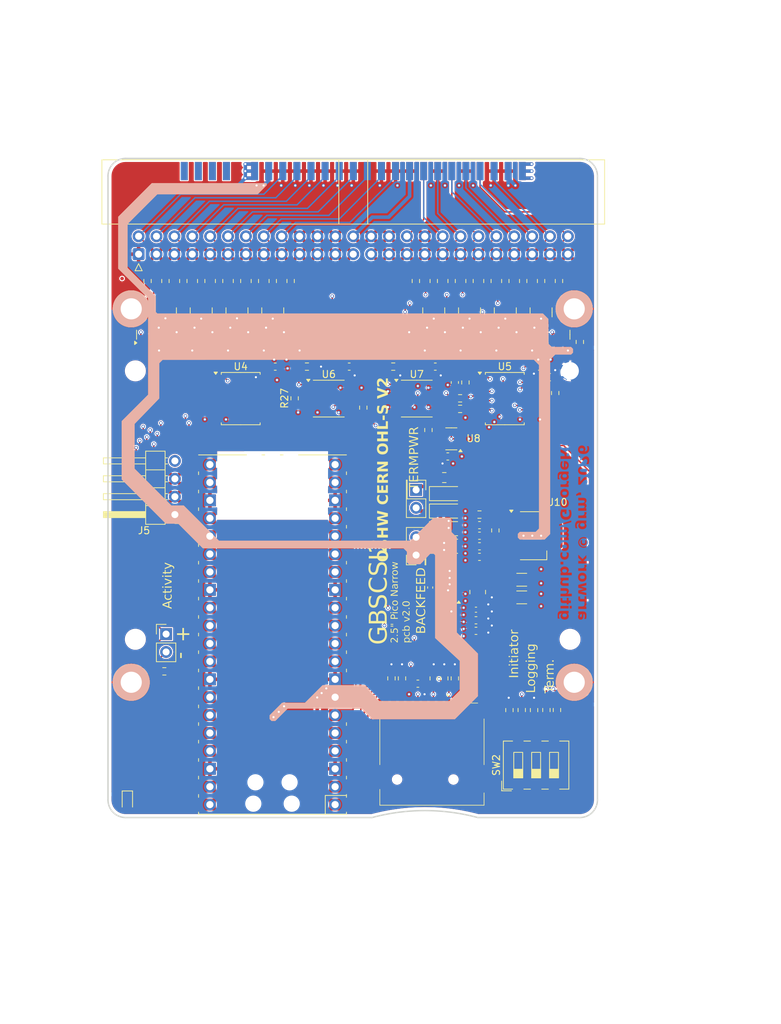
<source format=kicad_pcb>
(kicad_pcb (version 20241229) (generator "pcbnew") (generator_version "9.0")
  (title_block (title "GBSCSI Common Platform - 2.5 Narrow, Pico") (date "2026-02-04") (rev "2.0") (comment 1 "Drawn by George R. M.") (comment 4 "FIRST DRAWING VERSION FOR COMMON PLATFORM VARIANTS IS V2.0"))
  (layers (0 "F.Cu" signal) (4 "In1.Cu" signal) (6 "In2.Cu" signal) (2 "B.Cu" signal) (13 "F.Paste" user) (15 "B.Paste" user) (5 "F.SilkS" user "F.Silkscreen") (7 "B.SilkS" user "B.Silkscreen") (1 "F.Mask" user) (3 "B.Mask" user) (25 "Edge.Cuts" user))
  (net 0 "")
  (net 1 "+5V")
  (net 2 "VBUS")
  (net 3 "Net-(U5-A0)")
  (net 4 "+2.8V")
  (net 5 "Net-(D1-K)")
  (net 6 "+5VIN")
  (net 7 "/Power/5V_TIE")
  (net 8 "Net-(D3-A)")
  (net 9 "+5VTT")
  (net 10 "/Host Interface/~{SCSI_RST}")
  (net 11 "+3.3V")
  (net 13 "/Host Interface/~{SCSI_SD1}")
  (net 14 "/Host Interface/~{SCSI_BSY}")
  (net 15 "/Host Interface/~{SCSI_SD6}")
  (net 16 "/Host Interface/SCSI_~{ATTN}")
  (net 17 "/Host Interface/~{SCSI_SD4}")
  (net 18 "/Host Interface/SCSI_~{C}{slash}D")
  (net 19 "/Host Interface/~{SCSI_SD5}")
  (net 22 "/Host Interface/~{SCSI_SD2}")
  (net 24 "GND")
  (net 26 "/Host Interface/~{SCSI_ACK}")
  (net 27 "/Host Interface/~{SCSI_SD3}")
  (net 29 "/Host Interface/~{SCSI_SEL}")
  (net 30 "/Host Interface/~{SCSI_SD7}")
  (net 32 "/Host Interface/SCSI_~{REQ}")
  (net 33 "/Host Interface/~{SCSI_SDP}")
  (net 34 "/Host Interface/~{SCSI_SD0}")
  (net 35 "/Host Interface/~{SCSI_MSG}")
  (net 37 "/Host Interface/SCSI_I{slash}~{O}")
  (net 41 "Net-(U9-SW)")
  (net 42 "/Core Logic, Basic Controls/~{TERM_EN}")
  (net 43 "/Core Logic, Basic Controls/~{BUS_DIR}")
  (net 44 "/Core Logic, Basic Controls/~{MCU_BSY_OUT}")
  (net 45 "Net-(Q3-D)")
  (net 46 "Net-(Q15-D)")
  (net 47 "/Core Logic, Basic Controls/~{MCU_SEL_OUT}")
  (net 48 "Net-(Q8-D)")
  (net 49 "Net-(Q10-D)")
  (net 50 "Net-(Q7-D)")
  (net 51 "Net-(Q17-D)")
  (net 52 "Net-(Q6-D)")
  (net 53 "Net-(Q18-D)")
  (net 54 "Net-(Q12-D)")
  (net 55 "Net-(Q9-D)")
  (net 56 "Net-(Q11-D)")
  (net 57 "Net-(Q1-D)")
  (net 58 "Net-(Q5-D)")
  (net 59 "Net-(Q13-D)")
  (net 60 "Net-(Q4-D)")
  (net 61 "Net-(Q2-D)")
  (net 62 "/Core Logic, Basic Controls/~{INITIATOR}")
  (net 63 "Net-(Q14-D)")
  (net 64 "Net-(Q16-D)")
  (net 65 "/Core Logic, Basic Controls/~{MCU_ATTN}")
  (net 66 "/Core Logic, Basic Controls/~{DEBUG}")
  (net 67 "/Core Logic, Basic Controls/~{MCU_REQ}")
  (net 68 "/Core Logic, Basic Controls/~{MCU_IO}")
  (net 70 "/Core Logic, Basic Controls/~{MCU_ACK}")
  (net 71 "Net-(U5-B1)")
  (net 72 "/Core Logic, Basic Controls/~{MCU_SDP}")
  (net 73 "Net-(R27-Pad1)")
  (net 74 "Net-(R28-Pad2)")
  (net 75 "/Core Logic, Basic Controls/~{MCU_CD{slash}SEL_IN}")
  (net 76 "Net-(R29-Pad1)")
  (net 77 "/Core Logic, Basic Controls/MCU_RST")
  (net 78 "Net-(R30-Pad2)")
  (net 79 "/Core Logic, Basic Controls/~{MCU_MSG{slash}BSY_IN}")
  (net 80 "Net-(U9-EN)")
  (net 81 "Net-(U9-FB)")
  (net 82 "Net-(U10-GND)")
  (net 83 "/Core Logic, Basic Controls/~{MCU_SD6}")
  (net 84 "/Core Logic, Basic Controls/~{MCU_SD0}")
  (net 85 "/Core Logic, Basic Controls/~{MCU_SD2}")
  (net 86 "/Core Logic, Basic Controls/~{MCU_SD3}")
  (net 87 "/Core Logic, Basic Controls/~{MCU_SD7}")
  (net 88 "/Core Logic, Basic Controls/~{MCU_SD1}")
  (net 89 "/Core Logic, Basic Controls/~{MCU_SD4}")
  (net 90 "/Core Logic, Basic Controls/~{MCU_SD5}")
  (net 91 "/SCSI Buffers/~{RST_OUT}")
  (net 92 "/Core Logic, Basic Controls/SDIO_CLK")
  (net 93 "/Core Logic, Basic Controls/SDIO_D1")
  (net 94 "/Core Logic, Basic Controls/SDIO_D3")
  (net 95 "/Core Logic, Basic Controls/SDIO_CMD")
  (net 96 "/Core Logic, Basic Controls/SDIO_D2")
  (net 97 "/Core Logic, Basic Controls/SDIO_D0")
  (net 99 "/Core Logic, Basic Controls/ACTY")
  (net 100 "/Core Logic, Basic Controls/LED_OUT")
  (footprint "Capacitor_SMD:C_0603_1608Metric" (layer "F.Cu") (at 87.75 107.5 180)
    (property "Reference" "C30" (hide yes))
    (property "Value" "10μF")
  )
  (footprint "Resistor_SMD:R_0603_1608Metric" (layer "F.Cu") (at 96.995 59.35 -90)
    (property "Reference" "R47" (hide yes))
    (property "Value" "110Ω")
  )
  (footprint "Connector_IDC:IDC-Header_2x25_P2.54mm_Horizontal" (layer "F.Cu") (at 39.845 55.54 90)
    (property "Reference" "J1.1" (hide yes))
    (property "Value" "SCSI_50P_2.54mm")
  )
  (footprint "Diode_SMD:D_SOD-123" (layer "F.Cu") (at 83.5 92)
    (property "Reference" "D1" (hide yes))
    (property "Value" "1N5819")
  )
  (footprint "Resistor_SMD:R_0603_1608Metric" (layer "F.Cu") (at 83.25 115.75 90)
    (property "Reference" "R19" (hide yes))
    (property "Value" "4.7kΩ")
  )
  (footprint "Inductor_SMD:L_1008_2520Metric" (layer "F.Cu") (at 88 103.5 -90)
    (property "Reference" "L2" (hide yes))
    (property "Value" "1μH")
  )
  (footprint "LED_SMD:LED_0603_1608Metric" (layer "F.Cu") (at 38.25 133.2125 -90)
    (property "Reference" "D5" (hide yes))
    (property "Value" "YELLOW")
  )
  (footprint "Connector_PinHeader_2.54mm:PinHeader_1x04_P2.54mm_Horizontal" (layer "F.Cu") (at 45 92.5 180)
    (property "Reference" "J5")
    (property "Value" "Conn_01x04")
  )
  (footprint "Package_SO:TSSOP-14_4.4x5mm_P0.65mm" (layer "F.Cu") (at 66.845 76.04)
    (property "Reference" "U6")
    (property "Value" "74LVTH125")
  )
  (footprint "Capacitor_SMD:C_0603_1608Metric" (layer "F.Cu") (at 88.25 98.5 180)
    (property "Reference" "C31" (hide yes))
    (property "Value" "1μF")
  )
  (footprint "Resistor_SMD:R_0603_1608Metric" (layer "F.Cu") (at 99.25 120.24 90)
    (property "Reference" "R11" (hide yes))
    (property "Value" "4.7kΩ")
  )
  (footprint "Resistor_SMD:R_0603_1608Metric" (layer "F.Cu") (at 51.275 59.35 -90)
    (property "Reference" "R35" (hide yes))
    (property "Value" "110Ω")
  )
  (footprint "Resistor_SMD:R_0603_1608Metric" (layer "F.Cu") (at 53.815 59.35 -90)
    (property "Reference" "R36" (hide yes))
    (property "Value" "110Ω")
  )
  (footprint "Resistor_SMD:R_0603_1608Metric" (layer "F.Cu") (at 98.1 73 180)
    (property "Reference" "R6" (hide yes))
    (property "Value" "4.7kΩ")
  )
  (footprint "Resistor_SMD:R_0603_1608Metric" (layer "F.Cu") (at 41.115 59.35 -90)
    (property "Reference" "R31" (hide yes))
    (property "Value" "110Ω")
  )
  (footprint "Capacitor_SMD:C_0402_1005Metric" (layer "F.Cu") (at 87.75 106 180)
    (property "Reference" "C28" (hide yes))
    (property "Value" "100nF")
  )
  (footprint "Package_TO_SOT_SMD:SOT-223-3_TabPin2" (layer "F.Cu") (at 95.9 95.5)
    (property "Reference" "U10")
    (property "Value" "AZ1117-2.85")
  )
  (footprint "Resistor_SMD:R_0603_1608Metric" (layer "F.Cu") (at 86.25 73.75 90)
    (property "Reference" "R25" (hide yes))
    (property "Value" "110Ω")
  )
  (footprint "Capacitor_SMD:C_0603_1608Metric" (layer "F.Cu") (at 84.75 73.75 -90)
    (property "Reference" "C21" (hide yes))
    (property "Value" "12pF")
  )
  (footprint "Capacitor_SMD:C_0603_1608Metric" (layer "F.Cu") (at 87.75 109 180)
    (property "Reference" "C29" (hide yes))
    (property "Value" "10μF")
  )
  (footprint "Fiducial:Fiducial_0.5mm_Mask1mm" (layer "F.Cu") (at 37.5 59)
    (property "Reference" "FID1" (hide yes))
    (property "Value" "Fiducial")
  )
  (footprint "Package_TO_SOT_SMD:SOT-23" (layer "F.Cu") (at 86.835 63.795 90)
    (property "Reference" "Q13" (hide yes))
    (property "Value" "AO3401A")
  )
  (footprint "Resistor_SMD:R_0603_1608Metric" (layer "F.Cu") (at 84.295 59.35 -90)
    (property "Reference" "R42" (hide yes))
    (property "Value" "110Ω")
  )
  (footprint "Fuse:Fuse_0805_2012Metric" (layer "F.Cu") (at 83.225 99.275)
    (property "Reference" "F2" (hide yes))
    (property "Value" "1A")
  )
  (footprint "GBSCSI:GBSCSI2_2.5_PCB" (layer "F.Cu") (at 105 135.5)
    (property "Reference" "PCB1" (hide yes))
    (property "Value" "2.5\" PCB" (hide yes))
    (fp_line (start -69.5 -2.5) (end -69.5 -91.05) (stroke (width 0.2)) (layer "Edge.Cuts"))
    (fp_line (start -67 -93.55) (end -2.5 -93.55) (stroke (width 0.2)) (layer "Edge.Cuts"))
    (fp_line (start -32 0) (end -67 0) (stroke (width 0.2)) (layer "Edge.Cuts"))
    (fp_line (start -17 0) (end -2.5 0) (stroke (width 0.2)) (layer "Edge.Cuts"))
    (fp_line (start 0 -2.5) (end 0 -91.05) (stroke (width 0.2)) (layer "Edge.Cuts"))
    (fp_arc (start -69.5 -91.05) (mid -68.767767 -92.817767) (end -67 -93.55) (stroke (width 0.2)) (layer "Edge.Cuts"))
    (fp_arc (start -67 0) (mid -68.767766 -0.732233) (end -69.5 -2.5) (stroke (width 0.2)) (layer "Edge.Cuts"))
    (fp_arc (start -32 0) (mid -24.5 -0.987394) (end -17 0) (stroke (width 0.2)) (layer "Edge.Cuts"))
    (fp_arc (start -2.5 -93.55) (mid -0.732233 -92.817767) (end 0 -91.05) (stroke (width 0.2)) (layer "Edge.Cuts"))
    (fp_arc (start 0 -2.5) (mid -0.732234 -0.732234) (end -2.5 0) (stroke (width 0.2)) (layer "Edge.Cuts"))
  )
  (footprint "Resistor_SMD:R_0603_1608Metric" (layer "F.Cu") (at 94.455 59.35 -90)
    (property "Reference" "R46" (hide yes))
    (property "Value" "110Ω")
  )
  (footprint "Package_TO_SOT_SMD:SOT-23" (layer "F.Cu") (at 84.295 66.97 90)
    (property "Reference" "Q12" (hide yes))
    (property "Value" "AO3401A")
  )
  (footprint "Resistor_SMD:R_0603_1608Metric" (layer "F.Cu") (at 77.25 115.75 90)
    (property "Reference" "R21" (hide yes))
    (property "Value" "4.7kΩ")
  )
  (footprint "Capacitor_SMD:C_0603_1608Metric" (layer "F.Cu") (at 83.75 84.25)
    (property "Reference" "C24" (hide yes))
    (property "Value" "100nF")
  )
  (footprint "Package_TO_SOT_SMD:SOT-23" (layer "F.Cu") (at 89.375 66.97 90)
    (property "Reference" "Q14" (hide yes))
    (property "Value" "AO3401A")
  )
  (footprint "Resistor_SMD:R_0603_1608Metric" (layer "F.Cu") (at 81 80.5 -90)
    (property "Reference" "R7" (hide yes))
    (property "Value" "4.7kΩ")
  )
  (footprint "Connector_PinHeader_2.54mm:PinHeader_1x02_P2.54mm_Vertical" (layer "F.Cu") (at 43.75 109.46)
    (property "Reference" "J6" (hide yes))
    (property "Value" "Conn_01x02")
  )
  (footprint "Resistor_SMD:R_0603_1608Metric" (layer "F.Cu") (at 56.355 59.35 -90)
    (property "Reference" "R37" (hide yes))
    (property "Value" "110Ω")
  )
  (footprint "Resistor_SMD:R_0402_1005Metric" (layer "F.Cu") (at 84.75 109 180)
    (property "Reference" "R50" (hide yes))
    (property "Value" "442kΩ")
  )
  (footprint "Resistor_SMD:R_0603_1608Metric" (layer "F.Cu") (at 62 76 90)
    (property "Reference" "R27")
    (property "Value" "1kΩ")
  )
  (footprint "Resistor_SMD:R_0603_1608Metric" (layer "F.Cu") (at 102.5 68 90)
    (property "Reference" "R12" (hide yes))
    (property "Value" "4.7kΩ")
  )
  (footprint "Capacitor_SMD:C_0603_1608Metric" (layer "F.Cu") (at 81.975 71.5 180)
    (property "Reference" "C26" (hide yes))
    (property "Value" "100nF")
  )
  (footprint "Resistor_SMD:R_0603_1608Metric" (layer "F.Cu") (at 85.5 77.5)
    (property "Reference" "R29" (hide yes))
    (property "Value" "4.7kΩ")
  )
  (footprint "Resistor_SMD:R_0402_1005Metric" (layer "F.Cu") (at 84.75 107 180)
    (property "Reference" "R49" (hide yes))
    (property "Value" "10kΩ")
  )
  (footprint "Fuse:Fuse_0805_2012Metric" (layer "F.Cu") (at 83.25 87.25)
    (property "Reference" "F1" (hide yes))
    (property "Value" "1A")
  )
  (footprint "Connector_PinHeader_2.54mm:PinHeader_2x01_P2.54mm_Vertical" (layer "F.Cu") (at 79.25 98.25 90)
    (property "Reference" "JP2" (hide yes))
    (property "Value" "Jumper_2_Open")
  )
  (footprint "Resistor_SMD:R_0603_1608Metric" (layer "F.Cu") (at 96 120.25 -90)
    (property "Reference" "R13" (hide yes))
    (property "Value" "1k")
  )
  (footprint "Package_TO_SOT_SMD:SOT-23" (layer "F.Cu") (at 99.535 66.97 90)
    (property "Reference" "Q18" (hide yes))
    (property "Value" "AO3401A")
  )
  (footprint "Diode_SMD:D_SOD-123" (layer "F.Cu") (at 83.5 89.525)
    (property "Reference" "D3" (hide yes))
    (property "Value" "1N5819")
  )
  (footprint "Resistor_SMD:R_0603_1608Metric" (layer "F.Cu") (at 81.75 115.75 90)
    (property "Reference" "R20" (hide yes))
    (property "Value" "4.7kΩ")
  )
  (footprint "Package_TO_SOT_SMD:SOT-23" (layer "F.Cu") (at 53.815 63.795 90)
    (property "Reference" "Q6" (hide yes))
    (property "Value" "AO3401A")
  )
  (footprint "Resistor_SMD:R_0603_1608Metric" (layer "F.Cu") (at 94.25 120.24 90)
    (property "Reference" "R9" (hide yes))
    (property "Value" "4.7kΩ")
  )
  (footprint "Resistor_SMD:R_0603_1608Metric" (layer "F.Cu") (at 99.535 59.35 -90)
    (property "Reference" "R48" (hide yes))
    (property "Value" "110Ω")
  )
  (footprint "Resistor_SMD:R_0603_1608Metric" (layer "F.Cu") (at 43.655 59.35 -90)
    (property "Reference" "R32" (hide yes))
    (property "Value" "110Ω")
  )
  (footprint "Capacitor_SMD:C_0603_1608Metric" (layer "F.Cu") (at 88.25 95.5 180)
    (property "Reference" "C33" (hide yes))
    (property "Value" "100nF")
  )
  (footprint "Resistor_SMD:R_0603_1608Metric" (layer "F.Cu") (at 99 75.25 -90)
    (property "Reference" "R17" (hide yes))
    (property "Value" "1k")
  )
  (footprint "Package_SO:SSOP-20_5.3x7.2mm_P0.65mm" (layer "F.Cu") (at 54.345 76.04)
    (property "Reference" "U4")
    (property "Value" "74LVTH245")
  )
  (footprint "Resistor_SMD:R_0603_1608Metric" (layer "F.Cu") (at 79.215 59.35 -90)
    (property "Reference" "R40" (hide yes))
    (property "Value" "110Ω")
  )
  (footprint "GBSCSI:RPi_Pico_W_SMD_TH" (layer "F.Cu") (at 58.86 109.53 180)
    (property "Reference" "U1" (hide yes))
    (property "Value" "Pico(2(W))" (hide yes))
  )
  (footprint "Capacitor_SMD:C_0603_1608Metric" (layer "F.Cu") (at 88.25 97 180)
    (property "Reference" "C32" (hide yes))
    (property "Value" "100nF")
  )
  (footprint "Capacitor_SMD:C_0603_1608Metric" (layer "F.Cu") (at 59.25 71.5)
    (property "Reference" "C22" (hide yes))
    (property "Value" "100nF")
  )
  (footprint "Resistor_SMD:R_0603_1608Metric" (layer "F.Cu") (at 88.25 92.5)
    (property "Reference" "R52" (hide yes))
    (property "Value" "0Ω")
  )
  (footprint "Resistor_SMD:R_0402_1005Metric" (layer "F.Cu") (at 84.75 108)
    (property "Reference" "R51" (hide yes))
    (property "Value" "100kΩ")
  )
  (footprint "Capacitor_SMD:C_0603_1608Metric" (layer "F.Cu") (at 79.5 116.5 180)
    (property "Reference" "C7" (hide yes))
    (property "Value" "10μF")
  )
  (footprint "GBSCSI:TF01A" (layer "F.Cu") (at 81.5 126.5)
    (property "Reference" "J2" (hide yes))
    (property "Value" "TF003" (hide yes))
  )
  (footprint "Package_TO_SOT_SMD:SOT-23" (layer "F.Cu") (at 48.735 63.795 90)
    (property "Reference" "Q4" (hide yes))
    (property "Value" "AO3401A")
  )
  (footprint "Resistor_SMD:R_0603_1608Metric" (layer "F.Cu") (at 61.435 59.35 -90)
    (property "Reference" "R39" (hide yes))
    (property "Value" "110Ω")
  )
  (footprint "Package_TO_SOT_SMD:SOT-23" (layer "F.Cu") (at 96.995 63.795 90)
    (property "Reference" "Q17" (hide yes))
    (property "Value" "AO3401A")
  )
  (footprint "Resistor_SMD:R_0603_1608Metric" (layer "F.Cu") (at 48.735 59.35 -90)
    (property "Reference" "R34" (hide yes))
    (property "Value" "110Ω")
  )
  (footprint "Fiducial:Fiducial_0.5mm_Mask1mm" (layer "F.Cu") (at 102.75 58)
    (property "Reference" "FID2" (hide yes))
    (property "Value" "Fiducial")
  )
  (footprint "GBSCSI:PinHeader_2x25-2_P2.00mm_straddle" (layer "F.Cu") (at 70.325 41.665 90)
    (property "Reference" "J1" (hide yes))
    (property "Value" "SCSI_50-2P_2mm")
  )
  (footprint "Capacitor_SMD:C_0603_1608Metric" (layer "F.Cu") (at 88.25 94 180)
    (property "Reference" "C34" (hide yes))
    (property "Value" "1μF")
  )
  (footprint "Resistor_SMD:R_0603_1608Metric" (layer "F.Cu") (at 71.75 77.325 90)
    (property "Reference" "R30" (hide yes))
    (property "Value" "1kΩ")
  )
  (footprint "Package_TO_SOT_SMD:SOT-23" (layer "F.Cu") (at 61.435 66.97 90)
    (property "Reference" "Q9" (hide yes))
    (property "Value" "AO3401A")
  )
  (footprint "Package_TO_SOT_SMD:SOT-23" (layer "F.Cu") (at 79.215 66.97 90)
    (property "Reference" "Q10" (hide yes))
    (property "Value" "AO3401A")
  )
  (footprint "Package_TO_SOT_SMD:SOT-23" (layer "F.Cu") (at 43.655 63.795 90)
    (property "Reference" "Q2" (hide yes))
    (property "Value" "AO3401A")
  )
  (footprint "Package_TO_SOT_SMD:SOT-23-5" (layer "F.Cu") (at 84 103.25 180)
    (property "Reference" "U9")
    (property "Value" "TLV62569DBV")
  )
  (footprint "Fiducial:Fiducial_0.5mm_Mask1mm" (layer "F.Cu") (at 103.25 133.5)
    (property "Reference" "FID3" (hide yes))
    (property "Value" "Fiducial")
  )
  (footprint "Package_TO_SOT_SMD:SOT-23" (layer "F.Cu") (at 81.755 63.795 90)
    (property "Reference" "Q11" (hide yes))
    (property "Value" "AO3401A")
  )
  (footprint "Package_TO_SOT_SMD:SOT-23" (layer "F.Cu") (at 56.355 66.97 90)
    (property "Reference" "Q7" (hide yes))
    (property "Value" "AO3401A")
  )
  (footprint "Resistor_SMD:R_0603_1608Metric" (layer "F.Cu") (at 86.835 59.35 -90)
    (property "Reference" "R43" (hide yes))
    (property "Value" "110Ω")
  )
  (footprint "Button_Switch_SMD:SW_DIP_SPSTx03_Slide_6.7x9.18mm_W8.61mm_P2.54mm_LowProfile" (layer "F.Cu") (at 96.29 128.055 90)
    (property "Reference" "SW2")
    (property "Value" "SW_DIP_x03")
  )
  (footprint "Package_TO_SOT_SMD:SOT-23" (layer "F.Cu") (at 58.895 63.795 90)
    (property "Reference" "Q8" (hide yes))
    (property "Value" "AO3401A")
  )
  (footprint "Package_SO:SSOP-20_5.3x7.2mm_P0.65mm" (layer "F.Cu") (at 91.845 76.04)
    (property "Reference" "U5")
    (property "Value" "74LVTH245")
  )
  (footprint "Diode_SMD:D_SOD-123" (layer "F.Cu") (at 83.5 94.5)
    (property "Reference" "D4" (hide yes))
    (property "Value" "1N5819")
  )
  (footprint "Resistor_SMD:R_0603_1608Metric" (layer "F.Cu") (at 43.5 114.75)
    (property "Reference" "R55" (hide yes))
    (property "Value" "1k")
  )
  (footprint "Resistor_SMD:R_0603_1608Metric" (layer "F.Cu") (at 91.915 59.35 -90)
    (property "Reference" "R45" (hide yes))
    (property "Value" "110Ω")
  )
  (footprint "Package_SO:TSSOP-14_4.4x5mm_P0.65mm" (layer "F.Cu") (at 79.345 76.04)
    (property "Reference" "U7")
    (property "Value" "74LVTH125")
  )
  (footprint "Resistor_SMD:R_0603_1608Metric" (layer "F.Cu") (at 76 71.5 180)
    (property "Reference" "R8" (hide yes))
    (property "Value" "4.7kΩ")
  )
  (footprint "Diode_SMD:D_SOD-123" (layer "F.Cu") (at 83.5 97)
    (property "Reference" "D2" (hide yes))
    (property "Value" "1N5819")
  )
  (footprint "Resistor_SMD:R_0603_1608Metric" (layer "F.Cu") (at 97.5 75.25 90)
    (property "Reference" "R26" (hide yes))
    (property "Value" "1kΩ")
  )
  (footprint "Package_TO_SOT_SMD:SOT-23" (layer "F.Cu") (at 41.115 66.97 90)
    (property "Reference" "Q1" (hide yes))
    (property "Value" "AO3401A")
  )
  (footprint "Capacitor_SMD:C_0402_1005Metric" (layer "F.Cu") (at 81.25 102.855 -90)
    (property "Reference" "C27" (hide yes))
    (property "Value" "4.7μF")
  )
  (footprint "Resistor_SMD:R_0603_1608Metric" (layer "F.Cu") (at 46.195 59.35 -90)
    (property "Reference" "R33" (hide yes))
    (property "Value" "110Ω")
  )
  (footprint "Package_TO_SOT_SMD:SOT-23" (layer "F.Cu") (at 91.915 63.795 90)
    (property "Reference" "Q15" (hide yes))
    (property "Value" "AO3401A")
  )
  (footprint "Resistor_SMD:R_0603_1608Metric" (layer "F.Cu") (at 81.755 59.35 -90)
    (property "Reference" "R41" (hide yes))
    (property "Value" "110Ω")
  )
  (footprint "Package_TO_SOT_SMD:SOT-23" (layer "F.Cu") (at 46.195 66.97 90)
    (property "Reference" "Q3" (hide yes))
    (property "Value" "AO3401A")
  )
  (footprint "Resistor_SMD:R_0603_1608Metric" (layer "F.Cu") (at 90.5 94.75 -90)
    (property "Reference" "R53" (hide yes))
    (property "Value" "~")
  )
  (footprint "Resistor_SMD:R_0603_1608Metric" (layer "F.Cu") (at 84.75 115.75 90)
    (property "Reference" "R18" (hide yes))
    (property "Value" "4.7kΩ")
  )
  (footprint "Package_TO_SOT_SMD:SOT-23" (layer "F.Cu") (at 51.275 66.97 90)
    (property "Reference" "Q5" (hide yes))
    (property "Value" "AO3401A")
  )
  (footprint "Package_TO_SOT_SMD:SOT-23-5" (layer "F.Cu") (at 84.25 81.75 180)
    (property "Reference" "U8")
    (property "Value" "SN74AHC1G125DBVR")
  )
  (footprint "Capacitor_SMD:C_1206_3216Metric" (layer "F.Cu") (at 94.25 104.25)
    (property "Reference" "C20" (hide yes))
    (property "Value" "47μF")
  )
  (footprint "Connector_PinHeader_2.54mm:PinHeader_2x01_P2.54mm_Vertical" (layer "F.Cu") (at 79.25 89 -90)
    (property "Reference" "JP1" (hide yes))
    (property "Value" "Jumper_2_Open")
  )
  (footprint "Package_TO_SOT_SMD:SOT-23" (layer "F.Cu") (at 94.455 66.97 90)
    (property "Reference" "Q16" (hide yes))
    (property "Value" "AO3401A")
  )
  (footprint "Resistor_SMD:R_0603_1608Metric" (layer "F.Cu") (at 97.75 120.24 90)
    (property "Reference" "R10" (hide yes))
    (property "Value" "4.7kΩ")
  )
  (footprint "Resistor_SMD:R_0603_1608Metric" (layer "F.Cu") (at 89.375 59.35 -90)
    (property "Reference" "R44" (hide yes))
    (property "Value" "110Ω")
  )
  (footprint "Resistor_SMD:R_0603_1608Metric" (layer "F.Cu") (at 75.75 115.75 90)
    (property "Reference" "R22" (hide yes))
    (property "Value" "4.7kΩ")
  )
  (footprint "Symbol:OSHW-Logo2_9.8x8mm_Copper" (layer "F.Cu") (at 92 87.5)
    (property "Reference" "REF**" (hide yes))
    (property "Value" "OSHW-Logo2_9.8x8mm_Copper" (hide yes))
  )
  (footprint "Resistor_SMD:R_0603_1608Metric" (layer "F.Cu") (at 63.75 71.5 180)
    (property "Reference" "R5" (hide yes))
    (property "Value" "4.7kΩ")
  )
  (footprint "Resistor_SMD:R_0603_1608Metric" (layer "F.Cu") (at 92.5 120.25 -90)
    (property "Reference" "R14" (hide yes))
    (property "Value" "1k")
  )
  (footprint "Capacitor_SMD:C_0603_1608Metric" (layer "F.Cu") (at 96.75 71.5)
    (property "Reference" "C23" (hide yes))
    (property "Value" "100nF")
  )
  (footprint "Resistor_SMD:R_0603_1608Metric" (layer "F.Cu") (at 58.895 59.35 -90)
    (property "Reference" "R38" (hide yes))
    (property "Value" "110Ω")
  )
  (footprint "Resistor_SMD:R_0603_1608Metric" (layer "F.Cu") (at 85.5 76 180)
    (property "Reference" "R28" (hide yes))
    (property "Value" "1kΩ")
  )
  (footprint "Capacitor_SMD:C_0603_1608Metric" (layer "F.Cu") (at 69.75 71.5 180)
    (property "Reference" "C25" (hide yes))
    (property "Value" "100nF")
  )
  (footprint "Capacitor_SMD:C_1206_3216Metric" (layer "F.Cu") (at 94.25 101.75)
    (property "Reference" "C35" (hide yes))
    (property "Value" "47μF")
  )
  (gr_poly (pts (xy 93.738384 95.75) (xy 93.988384 96) (xy 97.488384 96) (xy 98.238384 95.25) (xy 98.238384 70.5) (xy 98.988384 69.75) (xy 101.238384 69.75) (xy 101.488384 69.5) (xy 101.488384 69) (xy 101.238384 68.75) (xy 98.488384 68.75) (xy 97.988384 68.25) (xy 97.988384 64.75) (xy 97.238384 64) (xy 42.488384 64) (xy 42.238384 63.75) (xy 42.238384 61.5) (xy 38.238384 57.5) (xy 38.238384 51.25) (xy 42.485942 47.002442) (xy 56.738502 46.999086) (xy 57.988384 45.75) (xy 57.988384 45.5) (xy 41.738384 45.5) (xy 36.988384 50.25) (xy 36.988384 57.578349) (xy 41.238384 61.800015) (xy 41.238384 75.5) (xy 37.488384 79.25) (xy 37.488384 87.5) (xy 43.738384 93.75) (xy 45.488384 93.75) (xy 48.988384 97.25) (xy 77.488384 97.25) (xy 77.988384 97.75) (xy 77.988384 99.25) (xy 78.238384 99.5) (xy 79.838384 99.5) (xy 81.25 98) (xy 81.75 98) (xy 81.988384 98.25) (xy 81.988384 110) (xy 85.488384 113.25) (xy 85.488384 117.5) (xy 83.988384 119) (xy 73.988384 119) (xy 71.988384 116.75) (xy 65.988384 116.75) (xy 63.488384 119.25) (xy 60.238384 119.25) (xy 58.488384 121) (xy 58.488384 121.5) (xy 58.738384 121.75) (xy 59.238384 121.75) (xy 60.988384 120) (xy 71.488384 120) (xy 72.988384 121.5) (xy 84.738384 121.5) (xy 87.988384 118.25) (xy 87.988384 112.25) (xy 84.988384 109.25) (xy 84.988384 95.75) (xy 84.238384 95) (xy 84.238384 93.25) (xy 84 93) (xy 81.738384 93) (xy 78.446717 96.25) (xy 51.238384 96.25) (xy 46.238384 91.25) (xy 44.482859 91.25) (xy 39.238384 85.999417) (xy 39.238384 79.615482) (xy 42.738384 76) (xy 42.738384 71) (xy 43.238384 70.499894) (xy 95.984599 70.488578) (xy 96.738384 71.253789) (xy 96.738384 94.5) (xy 96.238384 95) (xy 93.988384 95) (xy 93.738384 95.25)) (stroke (width 0.1)) (fill yes) (layer "B.SilkS"))
  (gr_text "artwork © grm, 2026\ngithub.com/GeorgeRudolf/GBSCSI2" (at 99.5 107.5 270) (layer "B.Cu" knockout) (effects (font (size 1.5 1.5) (thickness 0.3) (bold yes) (italic yes)) (justify left bottom mirror)))
  (gr_text "Activity" (at 44.75 99.25 90) (layer "F.SilkS") (effects (font (size 1.27 1.27) (thickness 0.1875)) (justify right bottom)))
  (gr_text "TERMPWR" (at 79.75 80 90) (layer "F.SilkS") (effects (font (size 1.27 1.27) (thickness 0.1875)) (justify right bottom)))
  (gr_text "Initiator" (at 93.95 108.8 90) (layer "F.SilkS") (effects (font (size 1.27 1.27) (thickness 0.1875)) (justify right bottom)))
  (gr_text "-" (at 44.75 113 270) (layer "F.SilkS") (effects (font (size 2 2) (thickness 0.1875)) (justify right bottom)))
  (gr_text "+" (at 45 108.25 180) (layer "F.SilkS") (effects (font (size 2 2) (thickness 0.1875)) (justify right bottom)))
  (gr_text "Logging" (at 96.35 110.8 90) (layer "F.SilkS") (effects (font (size 1.27 1.27) (thickness 0.1875)) (justify right bottom)))
  (gr_text "BACKFEED" (at 80.75 100 90) (layer "F.SilkS") (effects (font (size 1.27 1.27) (thickness 0.1875)) (justify right bottom)))
  (gr_text "GBSCSI2" (at 75.5 111 90) (layer "F.SilkS") (effects (font (size 2.5 2.5) (thickness 0.15) (italic yes)) (justify left bottom)))
  (gr_text "Term." (at 99 113 90) (layer "F.SilkS") (effects (font (size 1.27 1.27) (thickness 0.1875)) (justify right bottom)))
  (gr_text "OSHW CERN OHL-S V2" (at 75.5 99.25 90) (layer "F.SilkS") (effects (font (size 1.5 1.5) (thickness 0.3) (bold yes) (italic yes)) (justify left bottom)))
  (gr_text "2.5{dblquote} Pico Narrow\npcb v2.0" (at 78.5 110.75 90) (layer "F.SilkS") (effects (font (size 1 1)) (justify left bottom)))
  (segment (start 59 121.209) (end 60.5 119.709) (width 0.5) (layer "F.Cu") (net 1))
  (segment (start 87.525 100) (end 84.8875 100) (width 0.5) (layer "F.Cu") (net 1))
  (segment (start 89.025 97.675) (end 89.15 97.8) (width 1) (layer "F.Cu") (net 1))
  (segment (start 84.012445 99.435055) (end 84.1725 99.275) (width 0.5) (layer "F.Cu") (net 1))
  (segment (start 81.25 102.375) (end 81.325 102.3) (width 0.5) (layer "F.Cu") (net 1))
  (segment (start 49.97 131.12) (end 53.59 127.5) (width 0.5) (layer "F.Cu") (net 1))
  (segment (start 83.912445 102.3) (end 84.012445 102.4) (width 0.5) (layer "F.Cu") (net 1))
  (segment (start 92.775 104.25) (end 92.775 97.825) (width 0.5) (layer "F.Cu") (net 1))
  (segment (start 84.012445 100.5) (end 84.012445 99.435055) (width 0.5) (layer "F.Cu") (net 1))
  (segment (start 57 127.5) (end 59 125.5) (width 0.5) (layer "F.Cu") (net 1))
  (segment (start 84.25 107) (end 84.25 106.26) (width 0.15) (layer "F.Cu") (net 1))
  (segment (start 84.8875 100) (end 84.1625 99.275) (width 0.5) (layer "F.Cu") (net 1))
  (segment (start 84.012445 102.4) (end 84.012445 101.5) (width 0.5) (layer "F.Cu") (net 1))
  (segment (start 82.8725 102.3) (end 83.912445 102.3) (width 0.5) (layer "F.Cu") (net 1))
  (segment (start 89.025 97) (end 89.025 98.5) (width 1) (layer "F.Cu") (net 1))
  (segment (start 89.15 97.8) (end 92.85 97.8) (width 1) (layer "F.Cu") (net 1))
  (segment (start 81.325 102.3) (end 82.8625 102.3) (width 0.5) (layer "F.Cu") (net 1))
  (segment (start 59 125.5) (end 59 121.209) (width 0.5) (layer "F.Cu") (net 1))
  (segment (start 92.775 97.825) (end 92.75 97.8) (width 0.5) (layer "F.Cu") (net 1))
  (segment (start 53.59 127.5) (end 57 127.5) (width 0.5) (layer "F.Cu") (net 1))
  (segment (start 89.025 98.5) (end 87.525 100) (width 0.5) (layer "F.Cu") (net 1))
  (segment (start 84.012445 101.5) (end 84.012445 100.5) (width 0.5) (layer "F.Cu") (net 1))
  (segment (start 84.25 106.26) (end 84.26 106.25) (width 0.15) (layer "F.Cu") (net 1))
  (via (at 84.012445 101.5) (size 0.5) (drill 0.3) (layers "F.Cu" "B.Cu") (net 1))
  (via (at 59.75 120.5) (size 0.5) (drill 0.3) (layers "F.Cu" "B.Cu") (net 1))
  (via (at 59 121.25) (size 0.5) (drill 0.3) (layers "F.Cu" "B.Cu") (net 1))
  (via (at 60.5 119.709) (size 0.5) (drill 0.3) (layers "F.Cu" "B.Cu") (net 1))
  (via (at 84.012445 102.4) (size 0.5) (drill 0.3) (layers "F.Cu" "B.Cu") (net 1))
  (via (at 84.26 106.25) (size 0.5) (drill 0.3) (layers "F.Cu" "B.Cu") (net 1))
  (via (at 84.012445 100.5) (size 0.5) (drill 0.3) (layers "F.Cu" "B.Cu") (net 1))
  (segment (start 84.26 109.26) (end 84.26 103.695654) (width 0.5) (layer "B.Cu") (net 1))
  (segment (start 60.5 119.709) (end 71.709 119.709) (width 0.5) (layer "B.Cu") (net 1))
  (segment (start 84.436 102.785) (end 84.051 102.4) (width 0.5) (layer "B.Cu") (net 1))
  (segment (start 60.5 119.709) (end 60.5 119.75) (width 0.5) (layer "B.Cu") (net 1))
  (segment (start 84.26 103.695654) (end 84.436 103.519654) (width 0.5) (layer "B.Cu") (net 1))
  (segment (start 60.5 119.75) (end 59 121.25) (width 0.5) (layer "B.Cu") (net 1))
  (segment (start 84.5 121) (end 87.5 118) (width 0.5) (layer "B.Cu") (net 1))
  (segment (start 87.5 112.5) (end 84.26 109.26) (width 0.5) (layer "B.Cu") (net 1))
  (segment (start 84.436 103.519654) (end 84.436 102.785) (width 0.5) (layer "B.Cu") (net 1))
  (segment (start 87.5 118) (end 87.5 112.5) (width 0.5) (layer "B.Cu") (net 1))
  (segment (start 73 121) (end 84.5 121) (width 0.5) (layer "B.Cu") (net 1))
  (segment (start 71.709 119.709) (end 73 121) (width 0.5) (layer "B.Cu") (net 1))
  (segment (start 63 128.75) (end 54.88 128.75) (width 0.5) (layer "F.Cu") (net 2))
  (segment (start 83.725 97.025) (end 83.225 97.525) (width 0.5) (layer "F.Cu") (net 2))
  (segment (start 66.499 117.169) (end 65.834 117.834) (width 0.5) (layer "F.Cu") (net 2))
  (segment (start 65.209 126.541) (end 63 128.75) (width 0.5) (layer "F.Cu") (net 2))
  (segment (start 65.209 118.459) (end 65.209 126.541) (width 0.5) (layer "F.Cu") (net 2))
  (segment (start 65.834 117.834) (end 65.209 118.459) (width 0.5) (layer "F.Cu") (net 2))
  (segment (start 83.725 97.025) (end 83.225 96.525) (width 0.5) (layer "F.Cu") (net 2))
  (segment (start 54.88 128.75) (end 49.97 133.66) (width 0.5) (layer "F.Cu") (net 2))
  (segment (start 85.375 97.025) (end 83.725 97.025) (width 0.5) (layer "F.Cu") (net 2))
  (via (at 65.209 118.459) (size 0.5) (drill 0.3) (layers "F.Cu" "B.Cu") (net 2))
  (via (at 66.499 117.169) (size 0.5) (drill 0.3) (layers "F.Cu" "B.Cu") (net 2))
  (via (at 83.225 96.525) (size 0.5) (drill 0.3) (layers "F.Cu" "B.Cu") (net 2))
  (via (at 65.834 117.834) (size 0.5) (drill 0.3) (layers "F.Cu" "B.Cu") (net 2))
  (via (at 83.225 97.525) (size 0.5) (drill 0.3) (layers "F.Cu" "B.Cu") (net 2))
  (segment (start 66.499 117.169) (end 65.209 118.459) (width 0.5) (layer "B.Cu") (net 2))
  (segment (start 86 113) (end 86 117.5) (width 0.5) (layer "B.Cu") (net 2))
  (segment (start 84 119.5) (end 74.081 119.5) (width 0.5) (layer "B.Cu") (net 2))
  (segment (start 83.225 97.525) (end 83.225 96.525) (width 0.5) (layer "B.Cu") (net 2))
  (segment (start 71.75 117.169) (end 66.499 117.169) (width 0.5) (layer "B.Cu") (net 2))
  (segment (start 83.225 97.525) (end 82.75 98) (width 0.5) (layer "B.Cu") (net 2))
  (segment (start 82.75 109.75) (end 86 113) (width 0.5) (layer "B.Cu") (net 2))
  (segment (start 86 117.5) (end 84 119.5) (width 0.5) (layer "B.Cu") (net 2))
  (segment (start 74.081 119.5) (end 71.75 117.169) (width 0.5) (layer "B.Cu") (net 2))
  (segment (start 82.75 98) (end 82.75 109.75) (width 0.5) (layer "B.Cu") (net 2))
  (segment (start 87.3 73.725) (end 88.5 73.725) (width 0.2) (layer "F.Cu") (net 3))
  (segment (start 85 72.975) (end 86.55 72.975) (width 0.2) (layer "F.Cu") (net 3))
  (segment (start 86.55 72.975) (end 87.3 73.725) (width 0.2) (layer "F.Cu") (net 3))
  (segment (start 97.8965 64.6925) (end 97.945 64.741) (width 0.5) (layer "F.Cu") (net 4))
  (segment (start 62.385 67.8675) (end 62.385 68.896) (width 0.5) (layer "F.Cu") (net 4))
  (segment (start 42.065 68.896) (end 42.065 67.8675) (width 0.5) (layer "F.Cu") (net 4))
  (segment (start 42.385 69.216) (end 42.065 68.896) (width 0.5) (layer "F.Cu") (net 4))
  (segment (start 52.225 67.8675) (end 52.225 68.896) (width 0.5) (layer "F.Cu") (net 4))
  (segment (start 47.145 67.8675) (end 47.145 68.896) (width 0.5) (layer "F.Cu") (net 4))
  (segment (start 80.165 67.8675) (end 80.165 68.896) (width 0.5) (layer "F.Cu") (net 4))
  (segment (start 47.145 68.896) (end 47.465 69.216) (width 0.5) (layer "F.Cu") (net 4))
  (segment (start 100.485 67.8675) (end 100.485 68.896) (width 0.5) (layer "F.Cu") (net 4))
  (segment (start 48.735 64.6925) (end 49.6365 64.6925) (width 0.5) (layer "F.Cu") (net 4))
  (segment (start 54.7165 64.644) (end 54.765 64.6925) (width 0.5) (layer "F.Cu") (net 4))
  (segment (start 102.345 68.825) (end 101.196 68.825) (width 0.5) (layer "F.Cu") (net 4))
  (segment (start 42.75 69.216) (end 42.385 69.216) (width 0.5) (layer "F.Cu") (net 4))
  (segment (start 92.75 95.5) (end 89.025 95.5) (width 1) (layer "F.Cu") (net 4))
  (segment (start 95.75 95.5) (end 94.5 95.5) (width 1) (layer "F.Cu") (net 4))
  (segment (start 85.245 67.8675) (end 85.245 68.896) (width 0.5) (layer "F.Cu") (net 4))
  (segment (start 53.815 64.644) (end 54.7165 64.644) (width 0.5) (layer "F.Cu") (net 4))
  (segment (start 57.305 68.896) (end 57.625 69.216) (width 0.5) (layer "F.Cu") (net 4))
  (segment (start 97 95.5) (end 95.75 95.5) (width 1) (layer "F.Cu") (net 4))
  (segment (start 89.025 95.5) (end 89.025 94) (width 1) (layer "F.Cu") (net 4))
  (segment (start 62.385 68.896) (end 62.705 69.216) (width 0.5) (layer "F.Cu") (net 4))
  (segment (start 99.05 95.5) (end 97 95.5) (width 1) (layer "F.Cu") (net 4))
  (segment (start 92.8165 64.6925) (end 92.865 64.741) (width 0.5) (layer "F.Cu") (net 4))
  (segment (start 59.7965 64.6925) (end 59.845 64.741) (width 0.5) (layer "F.Cu") (net 4))
  (segment (start 80.165 68.896) (end 80.485 69.216) (width 0.5) (layer "F.Cu") (net 4))
  (segment (start 86.835 64.6925) (end 87.7365 64.6925) (width 0.5) (layer "F.Cu") (net 4))
  (segment (start 52.225 68.896) (end 52.545 69.216) (width 0.5) (layer "F.Cu") (net 4))
  (segment (start 87.7365 64.6925) (end 87.785 64.741) (width 0.5) (layer "F.Cu") (net 4))
  (segment (start 43.655 64.644) (end 44.5565 64.644) (width 0.5) (layer "F.Cu") (net 4))
  (segment (start 49.6365 64.6925) (end 49.685 64.741) (width 0.5) (layer "F.Cu") (net 4))
  (segment (start 94.5 95.5) (end 92.75 95.5) (width 1) (layer "F.Cu") (net 4))
  (segment (start 95.405 67.8675) (end 95.405 68.896) (width 0.5) (layer "F.Cu") (net 4))
  (segment (start 90.325 68.896) (end 90.645 69.216) (width 0.5) (layer "F.Cu") (net 4))
  (segment (start 82.6565 64.6925) (end 82.705 64.741) (width 0.5) (layer "F.Cu") (net 4))
  (segment (start 96.995 64.6925) (end 97.8965 64.6925) (width 0.5) (layer "F.Cu") (net 4))
  (segment (start 91.915 64.6925) (end 92.8165 64.6925) (width 0.5) (layer "F.Cu") (net 4))
  (segment (start 57.305 67.8675) (end 57.305 68.896) (width 0.5) (layer "F.Cu") (net 4))
  (segment (start 81.755 64.6925) (end 82.6565 64.6925) (width 0.5) (layer "F.Cu") (net 4))
  (segment (start 85.245 68.896) (end 85.565 69.216) (width 0.5) (layer "F.Cu") (net 4))
  (segment (start 95.405 68.896) (end 95.725 69.216) (width 0.5) (layer "F.Cu") (net 4))
  (segment (start 44.5565 64.644) (end 44.605 64.6925) (width 0.5) (layer "F.Cu") (net 4))
  (segment (start 90.325 67.8675) (end 90.325 68.896) (width 0.5) (layer "F.Cu") (net 4))
  (segment (start 101.196 68.825) (end 100.805 69.216) (width 0.5) (layer "F.Cu") (net 4))
  (segment (start 58.895 64.6925) (end 59.7965 64.6925) (width 0.5) (layer "F.Cu") (net 4))
  (segment (start 100.485 68.896) (end 100.805 69.216) (width 0.5) (layer "F.Cu") (net 4))
  (via (at 81.755 64.6925) (size 0.5) (drill 0.3) (layers "F.Cu" "B.Cu") (net 4))
  (via (at 62.705 69.216) (size 0.5) (drill 0.3) (layers "F.Cu" "B.Cu") (net 4))
  (via (at 94.5 95.5) (size 0.5) (drill 0.3) (layers "F.Cu" "B.Cu") (net 4))
  (via (at 53.815 64.644) (size 0.5) (drill 0.3) (layers "F.Cu" "B.Cu") (net 4))
  (via (at 85.565 69.216) (size 0.5) (drill 0.3) (layers "F.Cu" "B.Cu") (net 4))
  (via (at 48.735 64.6925) (size 0.5) (drill 0.3) (layers "F.Cu" "B.Cu") (net 4))
  (via (at 42.75 69.216) (size 0.5) (drill 0.3) (layers "F.Cu" "B.Cu") (net 4))
  (via (at 57.625 69.216) (size 0.5) (drill 0.3) (layers "F.Cu" "B.Cu") (net 4))
  (via (at 95.75 95.5) (size 0.5) (drill 0.3) (layers "F.Cu" "B.Cu") (net 4))
  (via (at 58.895 64.6925) (size 0.5) (drill 0.3) (layers "F.Cu" "B.Cu") (net 4))
  (via (at 43.655 64.644) (size 0.5) (drill 0.3) (layers "F.Cu" "B.Cu") (net 4))
  (via (at 86.835 64.6925) (size 0.5) (drill 0.3) (layers "F.Cu" "B.Cu") (net 4))
  (via (at 80.485 69.216) (size 0.5) (drill 0.3) (layers "F.Cu" "B.Cu") (net 4))
  (via (at 90.645 69.216) (size 0.5) (drill 0.3) (layers "F.Cu" "B.Cu") (net 4))
  (via (at 52.545 69.216) (size 0.5) (drill 0.3) (layers "F.Cu" "B.Cu") (net 4))
  (via (at 96.995 64.6925) (size 0.5) (drill 0.3) (layers "F.Cu" "B.Cu") (net 4))
  (via (at 91.915 64.6925) (size 0.5) (drill 0.3) (layers "F.Cu" "B.Cu") (net 4))
  (via (at 95.725 69.216) (size 0.5) (drill 0.3) (layers "F.Cu" "B.Cu") (net 4))
  (via (at 100.805 69.216) (size 0.5) (drill 0.3) (layers "F.Cu" "B.Cu") (net 4))
  (via (at 97 95.5) (size 0.5) (drill 0.3) (layers "F.Cu" "B.Cu") (net 4))
  (via (at 47.465 69.216) (size 0.5) (drill 0.3) (layers "F.Cu" "B.Cu") (net 4))
  (segment (start 58.895 64.6925) (end 96.995 64.6925) (width 0.5) (layer "B.Cu") (net 4))
  (segment (start 43.655 64.644) (end 58.8465 64.644) (width 0.5) (layer "B.Cu") (net 4))
  (segment (start 97.5 95) (end 97.5 65.1975) (width 0.5) (layer "B.Cu") (net 4))
  (segment (start 100.805 69.216) (end 42.75 69.216) (width 0.5) (layer "B.Cu") (net 4))
  (segment (start 97 95.5) (end 97.5 95) (width 0.5) (layer "B.Cu") (net 4))
  (segment (start 94.5 95.5) (end 97 95.5) (width 0.5) (layer "B.Cu") (net 4))
  (segment (start 97.5 65.1975) (end 96.995 64.6925) (width 0.5) (layer "B.Cu") (net 4))
  (segment (start 81.85 92) (end 79.71 92) (width 0.5) (layer "F.Cu") (net 5))
  (segment (start 79.71 92) (end 79.25 91.54) (width 0.5) (layer "F.Cu") (net 5))
  (segment (start 94.325 43.75) (end 95.65 43.75) (width 0.5) (layer "F.Cu") (net 6))
  (segment (start 56.25 44.75) (end 55 44.75) (width 0.5) (layer "F.Cu") (net 6))
  (segment (start 94.325 42.825) (end 94.4 42.75) (width 0.5) (layer "F.Cu") (net 6))
  (segment (start 56.325 44.675) (end 56.25 44.75) (width 0.5) (layer "F.Cu") (net 6))
  (segment (start 94.4 44.75) (end 95.65 44.75) (width 0.5) (layer "F.Cu") (net 6))
  (segment (start 94.4 42.75) (end 95.65 42.75) (width 0.5) (layer "F.Cu") (net 6))
  (segment (start 56.325 42.825) (end 56.25 42.75) (width 0.5) (layer "F.Cu") (net 6))
  (segment (start 56.325 43.75) (end 56.325 42.825) (width 0.5) (layer "F.Cu") (net 6))
  (segment (start 94.325 44.675) (end 94.4 44.75) (width 0.5) (layer "F.Cu") (net 6))
  (segment (start 94.325 43.75) (end 94.325 44.675) (width 0.5) (layer "F.Cu") (net 6))
  (segment (start 56.325 43.75) (end 56.325 44.675) (width 0.5) (layer "F.Cu") (net 6))
  (segment (start 94.325 43.75) (end 94.325 42.825) (width 0.5) (layer "F.Cu") (net 6))
  (segment (start 56.325 43.75) (end 55 43.75) (width 0.5) (layer "F.Cu") (net 6))
  (segment (start 56.25 42.75) (end 55 42.75) (width 0.5) (layer "F.Cu") (net 6))
  (via (at 95.65 42.75) (size 0.5) (drill 0.3) (layers "F.Cu" "B.Cu") (net 6))
  (via (at 55 43.75) (size 0.5) (drill 0.3) (layers "F.Cu" "B.Cu") (net 6))
  (via (at 83.875 94.4) (size 0.5) (drill 0.3) (layers "F.Cu" "B.Cu") (net 6))
  (via (at 83.875 93.4) (size 0.5) (drill 0.3) (layers "F.Cu" "B.Cu") (net 6))
  (via (at 95.65 44.75) (size 0.5) (drill 0.3) (layers "F.Cu" "B.Cu") (net 6))
  (via (at 55 44.75) (size 0.5) (drill 0.3) (layers "F.Cu" "B.Cu") (net 6))
  (via (at 95.65 43.75) (size 0.5) (drill 0.3) (layers "F.Cu" "B.Cu") (net 6))
  (via (at 55 42.75) (size 0.5) (drill 0.3) (layers "F.Cu" "B.Cu") (net 6))
  (segment (start 94.4 42.75) (end 95.65 42.75) (width 0.5) (layer "B.Cu") (net 6))
  (segment (start 38.5 79.218) (end 38.5 86) (width 0.5) (layer "B.Cu") (net 6))
  (segment (start 94.325 43.75) (end 95.65 43.75) (width 0.5) (layer "B.Cu") (net 6))
  (segment (start 56.325 43.75) (end 55 43.75) (width 0.5) (layer "B.Cu") (net 6))
  (segment (start 53.5 46.25) (end 41.5 46.25) (width 0.5) (layer "B.Cu") (net 6))
  (segment (start 81 94.75) (end 82.35 93.4) (width 0.5) (layer "B.Cu") (net 6))
  (segment (start 37.5 57.25) (end 41.734 61.484) (width 0.5) (layer "B.Cu") (net 6))
  (segment (start 81 96.5) (end 81 94.75) (width 0.5) (layer "B.Cu") (net 6))
  (segment (start 94.325 42.825) (end 94.4 42.75) (width 0.5) (layer "B.Cu") (net 6))
  (segment (start 38.5 86) (end 45 92.5) (width 0.5) (layer "B.Cu") (net 6))
  (segment (start 94.4 44.75) (end 95.65 44.75) (width 0.5) (layer "B.Cu") (net 6))
  (segment (start 37.5 50.25) (end 37.5 57.25) (width 0.5) (layer "B.Cu") (net 6))
  (segment (start 45 92.5) (end 49.311 96.811) (width 0.5) (layer "B.Cu") (net 6))
  (segment (start 77.811 96.811) (end 79.25 98.25) (width 0.5) (layer "B.Cu") (net 6))
  (segment (start 41.5 46.25) (end 37.5 50.25) (width 0.5) (layer "B.Cu") (net 6))
  (segment (start 55 42.75) (end 55 44.75) (width 0.5) (layer "B.Cu") (net 6))
  (segment (start 94.325 44.675) (end 94.4 44.75) (width 0.5) (layer "B.Cu") (net 6))
  (segment (start 94.325 43.75) (end 94.325 44.675) (width 0.5) (layer "B.Cu") (net 6))
  (segment (start 56.325 43.75) (end 56.325 42.825) (width 0.5) (layer "B.Cu") (net 6))
  (segment (start 56.25 42.75) (end 55 42.75) (width 0.5) (layer "B.Cu") (net 6))
  (segment (start 79.25 98.25) (end 81 96.5) (width 0.5) (layer "B.Cu") (net 6))
  (segment (start 56.325 42.825) (end 56.25 42.75) (width 0.5) (layer "B.Cu") (net 6))
  (segment (start 55 44.75) (end 53.5 46.25) (width 0.5) (layer "B.Cu") (net 6))
  (segment (start 94.325 43.75) (end 94.325 42.825) (width 0.5) (layer "B.Cu") (net 6))
  (segment (start 56.325 44.675) (end 56.25 44.75) (width 0.5) (layer "B.Cu") (net 6))
  (segment (start 82.35 93.4) (end 83.875 93.4) (width 0.5) (layer "B.Cu") (net 6))
  (segment (start 41.734 61.484) (end 41.734 75.984) (width 0.5) (layer "B.Cu") (net 6))
  (segment (start 83.875 94.4) (end 83.875 93.4) (width 0.5) (layer "B.Cu") (net 6))
  (segment (start 49.311 96.811) (end 77.811 96.811) (width 0.5) (layer "B.Cu") (net 6))
  (segment (start 56.25 44.75) (end 55 44.75) (width 0.5) (layer "B.Cu") (net 6))
  (segment (start 56.325 43.75) (end 56.325 44.675) (width 0.5) (layer "B.Cu") (net 6))
  (segment (start 41.734 75.984) (end 38.5 79.218) (width 0.5) (layer "B.Cu") (net 6))
  (segment (start 81.85 98.8375) (end 82.2875 99.275) (width 0.5) (layer "F.Cu") (net 7))
  (segment (start 81.85 94.5) (end 81.85 95.5) (width 0.5) (layer "F.Cu") (net 7))
  (segment (start 82.701 93.649) (end 81.85 94.5) (width 0.5) (layer "F.Cu") (net 7))
  (segment (start 81.85 95.5) (end 81.85 97) (width 0.5) (layer "F.Cu") (net 7))
  (segment (start 81.85 97) (end 81.85 98.8375) (width 0.5) (layer "F.Cu") (net 7))
  (segment (start 79.25 95.71) (end 81.64 95.71) (width 0.5) (layer "F.Cu") (net 7))
  (segment (start 81.64 95.71) (end 81.85 95.5) (width 0.5) (layer "F.Cu") (net 7))
  (segment (start 82.701 90.376) (end 82.701 93.649) (width 0.5) (layer "F.Cu") (net 7))
  (segment (start 81.85 89.525) (end 82.701 90.376) (width 0.5) (layer "F.Cu") (net 7))
  (segment (start 84.1875 88.5625) (end 85.15 89.525) (width 0.5) (layer "F.Cu") (net 8))
  (segment (start 84.1875 87.25) (end 84.1875 88.5625) (width 0.5) (layer "F.Cu") (net 8))
  (segment (start 79.25 89.225) (end 79.25 89) (width 0.5) (layer "F.Cu") (net 8))
  (segment (start 84.125 88.5) (end 84.1875 88.5625) (width 0.5) (layer "F.Cu") (net 8))
  (segment (start 79.25 89) (end 79.75 88.5) (width 0.5) (layer "F.Cu") (net 8))
  (segment (start 79.75 88.5) (end 84.125 88.5) (width 0.5) (layer "F.Cu") (net 8))
  (segment (start 73.75 67.195) (end 73.75 78.6875) (width 0.5) (layer "F.Cu") (net 9))
  (segment (start 71.576 54.251) (end 71.576 65.021) (width 0.5) (layer "F.Cu") (net 9))
  (segment (start 71.576 65.021) (end 73.75 67.195) (width 0.5) (layer "F.Cu") (net 9))
  (segment (start 70.325 53) (end 71.576 54.251) (width 0.5) (layer "F.Cu") (net 9))
  (segment (start 73.75 78.6875) (end 82.3125 87.25) (width 0.5) (layer "F.Cu") (net 9))
  (segment (start 75.345 50.29) (end 73.035 50.29) (width 0.5) (layer "B.Cu") (net 9))
  (segment (start 73.035 50.29) (end 70.325 53) (width 0.5) (layer "B.Cu") (net 9))
  (segment (start 78.325 47.31) (end 75.345 50.29) (width 0.5) (layer "B.Cu") (net 9))
  (segment (start 78.325 43.75) (end 78.325 47.31) (width 0.5) (layer "B.Cu") (net 9))
  (segment (start 80.349 75.590708) (end 80.349 71) (width 0.2) (layer "F.Cu") (net 10))
  (segment (start 82.3625 75.35) (end 80.349 75.35) (width 0.2) (layer "F.Cu") (net 10))
  (segment (start 82.644 66.395346) (end 83.595 65.444346) (width 0.2) (layer "F.Cu") (net 10))
  (segment (start 82.644 68.606) (end 82.644 66.395346) (width 0.2) (layer "F.Cu") (net 10))
  (segment (start 84.325 49.22) (end 88.105 53) (width 0.2) (layer "F.Cu") (net 10))
  (segment (start 86.835 58.525) (end 86.835 54.27) (width 0.2) (layer "F.Cu") (net 10))
  (segment (start 80.349 77.519654) (end 80.349 75.590708) (width 0.2) (layer "F.Cu") (net 10))
  (segment (start 85.845 59.515) (end 85.845 61.29) (width 0.2) (layer "F.Cu") (net 10))
  (segment (start 80.349 70.901) (end 82.644 68.606) (width 0.2) (layer "F.Cu") (net 10))
  (segment (start 83.595 65.444346) (end 83.595 61.25) (width 0.2) (layer "F.Cu") (net 10))
  (segment (start 80.349 71) (end 80.349 70.901) (width 0.2) (layer "F.Cu") (net 10))
  (segment (start 80.349 75.35) (end 80.349 75.590708) (width 0.2) (layer "F.Cu") (net 10))
  (segment (start 80.779346 77.95) (end 80.349 77.519654) (width 0.2) (layer "F.Cu") (net 10))
  (segment (start 84.325 43.75) (end 84.325 49.22) (width 0.2) (layer "F.Cu") (net 10))
  (segment (start 86.835 58.525) (end 85.845 59.515) (width 0.2) (layer "F.Cu") (net 10))
  (segment (start 86.835 54.27) (end 88.105 53) (width 0.2) (layer "F.Cu") (net 10))
  (segment (start 82.3625 77.95) (end 80.779346 77.95) (width 0.2) (layer "F.Cu") (net 10))
  (via (at 85.845 61.29) (size 0.5) (drill 0.3) (layers "F.Cu" "B.Cu") (net 10))
  (via (at 83.595 61.29) (size 0.5) (drill 0.3) (layers "F.Cu" "B.Cu") (net 10))
  (segment (start 95.975 71.5) (end 95.975 72.5) (width 0.5) (layer "F.Cu") (net 11))
  (segment (start 83 85.25) (end 83 82.8125) (width 0.5) (layer "F.Cu") (net 11))
  (segment (start 70.525 72.75) (end 70.525 74.05) (width 0.5) (layer "F.Cu") (net 11))
  (segment (start 77.25 114.925) (end 77.25 113.75) (width 0.2) (layer "F.Cu") (net 11))
  (segment (start 88.525 110.475) (end 88.525 109) (width 0.5) (layer "F.Cu") (net 11))
  (segment (start 70.525 74.05) (end 69.8625 74.05) (width 0.5) (layer "F.Cu") (net 11))
  (segment (start 85.26 110.26) (end 85.925 110.925) (width 0.5) (layer "F.Cu") (net 11))
  (segment (start 85.26 109) (end 85.26 110.26) (width 0.5) (layer "F.Cu") (net 11))
  (segment (start 81 81.325) (end 82.375 82.7) (width 0.5) (layer "F.Cu") (net 11))
  (segment (start 82.375 82.7) (end 83.1125 82.7) (width 0.5) (layer "F.Cu") (net 11))
  (segment (start 64.575 71.5) (end 65.75 71.5) (width 0.2) (layer "F.Cu") (net 11))
  (segment (start 80.45 119.25) (end 80.45 118) (width 0.5) (layer "F.Cu") (net 11))
  (segment (start 96 119.425) (end 96 118.5) (width 0.2) (layer "F.Cu") (net 11))
  (segment (start 58 73.075) (end 56.575 73.075) (width 0.5) (layer "F.Cu") (net 11))
  (segment (start 56.575 73.075) (end 56.5 73) (width 0.5) (layer "F.Cu") (net 11))
  (segment (start 82.75 74.05) (end 82.75 72.75) (width 0.5) (layer "F.Cu") (net 11))
  (segment (start 80.45 116.675) (end 80.275 116.5) (width 0.5) (layer "F.Cu") (net 11))
  (segment (start 95.975 73.075) (end 95.5 73.075) (width 0.5) (layer "F.Cu") (net 11))
  (segment (start 85.925 110.925) (end 88.075 110.925) (width 0.5) (layer "F.Cu") (net 11))
  (segment (start 81.75 114.925) (end 81.75 113.75) (width 0.2) (layer "F.Cu") (net 11))
  (segment (start 92.5 118.6) (end 92.4 118.5) (width 0.2) (layer "F.Cu") (net 11))
  (segment (start 82.3625 74.05) (end 82.75 74.05) (width 0.5) (layer "F.Cu") (net 11))
  (segment (start 95.975 72.5) (end 95.975 73.075) (width 0.5) (layer "F.Cu") (net 11))
  (segment (start 58.475 71.5) (end 58.475 73.075) (width 0.5) (layer "F.Cu") (net 11))
  (segment (start 82.75 72.75) (end 82.75 71.5) (width 0.5) (layer "F.Cu") (net 11))
  (segment (start 70.525 71.5) (end 70.525 72.75) (width 0.5) (layer "F.Cu") (net 11))
  (segment (start 76.825 71.5) (end 76.825 72.575) (width 0.2) (layer "F.Cu") (net 11))
  (segment (start 76.825 72.575) (end 77 72.75) (width 0.2) (layer "F.Cu") (net 11))
  (segment (start 99 73) (end 99 72) (width 0.2) (layer "F.Cu") (net 11))
  (segment (start 92.5 119.425) (end 92.5 118.6) (width 0.2) (layer "F.Cu") (net 11))
  (segment (start 83 82.8125) (end 83.1125 82.7) (width 0.5) (layer "F.Cu") (net 11))
  (segment (start 83.25 114.925) (end 83.25 113.75) (width 0.2) (layer "F.Cu") (net 11))
  (segment (start 88.075 110.925) (end 88.525 110.475) (width 0.5) (layer "F.Cu") (net 11))
  (segment (start 84.75 114.925) (end 84.75 113.75) (width 0.2) (layer "F.Cu") (net 11))
  (segment (start 75.75 114.925) (end 75.75 113.75) (width 0.2) (layer "F.Cu") (net 11))
  (segment (start 58.475 73.075) (end 58 73.075) (width 0.5) (layer "F.Cu") (net 11))
  (segment (start 80.45 118) (end 80.45 116.675) (width 0.5) (layer "F.Cu") (net 11))
  (via (at 89.5 107.25) (size 0.5) (drill 0.3) (layers "F.Cu" "B.Cu") (net 11))
  (via (at 96 118.5) (size 0.5) (drill 0.3) (layers "F.Cu" "B.Cu") (net 11))
  (via (at 84.75 113.75) (size 0.5) (drill 0.3) (layers "F.Cu" "B.Cu") (net 11))
  (via (at 83.25 113.75) (size 0.5) (drill 0.3) (layers "F.Cu" "B.Cu") (net 11))
  (via (at 56.5 73) (size 0.5) (drill 0.3) (layers "F.Cu" "B.Cu") (net 11))
  (via (at 80.45 118) (size 0.5) (drill 0.3) (layers "F.Cu" "B.Cu") (net 11))
  (via (at 90 104.25) (size 0.5) (drill 0.3) (layers "F.Cu" "B.Cu") (net 11))
  (via (at 89.5 109.25) (size 0.5) (drill 0.3) (layers "F.Cu" "B.Cu") (net 11))
  (via (at 77.25 113.75) (size 0.5) (drill 0.3) (layers "F.Cu" "B.Cu") (net 11))
  (via (at 99 72) (size 0.5) (drill 0.3) (layers "F.Cu" "B.Cu") (net 11))
  (via (at 65.75 71.5) (size 0.5) (drill 0.3) (layers "F.Cu" "B.Cu") (net 11))
  (via (at 70.525 72.75) (size 0.5) (drill 0.3) (layers "F.Cu" "B.Cu") (net 11))
  (via (at 81.75 113.75) (size 0.5) (drill 0.3) (layers "F.Cu" "B.Cu") (net 11))
  (via (at 90 108.25) (size 0.5) (drill 0.3) (layers "F.Cu" "B.Cu") (net 11))
  (via (at 77 72.75) (size 0.5) (drill 0.3) (layers "F.Cu" "B.Cu") (net 11))
  (via (at 82.75 72.75) (size 0.5) (drill 0.3) (layers "F.Cu" "B.Cu") (net 11))
  (via (at 75.75 113.75) (size 0.5) (drill 0.3) (layers "F.Cu" "B.Cu") (net 11))
  (via (at 83 85.25) (size 0.5) (drill 0.3) (layers "F.Cu" "B.Cu") (net 11))
  (via (at 90 106.25) (size 0.5) (drill 0.3) (layers "F.Cu" "B.Cu") (net 11))
  (via (at 89.5 105.25) (size 0.5) (drill 0.3) (layers "F.Cu" "B.Cu") (net 11))
  (via (at 92.4 118.5) (size 0.5) (drill 0.3) (layers "F.Cu" "B.Cu") (net 11))
  (via (at 95.975 72.5) (size 0.5) (drill 0.3) (layers "F.Cu" "B.Cu") (net 11))
  (segment (start 43.655 58.525) (end 43.655 54.27) (width 0.2) (layer "F.Cu") (net 13))
  (segment (start 45.284194 65.534194) (end 45.306 65.512388) (width 0.2) (layer "F.Cu") (net 13))
  (segment (start 44.096 72.80452) (end 44.096 66.722388) (width 0.2) (layer "F.Cu") (net 13))
  (segment (start 45.306 65.512388) (end 45.306 60.176) (width 0.2) (layer "F.Cu") (net 13))
  (segment (start 44.096 66.722388) (end 45.284194 65.534194) (width 0.2) (layer "F.Cu") (net 13))
  (segment (start 43.655 54.27) (end 42.385 53) (width 0.2) (layer "F.Cu") (net 13))
  (segment (start 51 77.625) (end 48.91648 77.625) (width 0.2) (layer "F.Cu") (net 13))
  (segment (start 48.91648 77.625) (end 44.096 72.80452) (width 0.2) (layer "F.Cu") (net 13))
  (segment (start 45.306 60.176) (end 43.655 58.525) (width 0.2) (layer "F.Cu") (net 13))
  (segment (start 42.385 53) (end 47.852 47.533) (width 0.2) (layer "B.Cu") (net 13))
  (segment (start 62.325 44.54) (end 62.325 43.75) (width 0.2) (layer "B.Cu") (net 13))
  (segment (start 59.332 47.533) (end 62.325 44.54) (width 0.2) (layer "B.Cu") (net 13))
  (segment (start 47.852 47.533) (end 59.332 47.533) (width 0.2) (layer "B.Cu") (net 13))
  (segment (start 72.5 75.75) (end 72.5 77.002742) (width 0.2) (layer "F.Cu") (net 14))
  (segment (start 67.345 74.345) (end 67.5 74.5) (width 0.2) (layer "F.Cu") (net 14))
  (segment (start 67.345 61.5) (end 67.345 74.345) (width 0.2) (layer "F.Cu") (net 14))
  (segment (start 70.831648 77.95) (end 69.8625 77.95) (width 0.2) (layer "F.Cu") (net 14))
  (segment (start 72.5 77.002742) (end 72.25 77.252742) (width 0.2) (layer "F.Cu") (net 14))
  (segment (start 81.755 54.27) (end 83.025 53) (width 0.2) (layer "F.Cu") (net 14))
  (segment (start 80.595 59.685) (end 80.595 61.29) (width 0.2) (layer "F.Cu") (net 14))
  (segment (start 69.8625 75.35) (end 72.1 75.35) (width 0.2) (layer "F.Cu") (net 14))
  (segment (start 67.5 74.5) (end 68.35 75.35) (width 0.2) (layer "F.Cu") (net 14))
  (segment (start 81.755 58.525) (end 81.755 54.27) (width 0.2) (layer "F.Cu") (net 14))
  (segment (start 72.1 75.35) (end 72.5 75.75) (width 0.2) (layer "F.Cu") (net 14))
  (segment (start 71.528906 77.252742) (end 70.831648 77.95) (width 0.2) (layer "F.Cu") (net 14))
  (segment (start 72.25 77.252742) (end 71.528906 77.252742) (width 0.2) (layer "F.Cu") (net 14))
  (segment (start 81.755 58.525) (end 80.595 59.685) (width 0.2) (layer "F.Cu") (net 14))
  (segment (start 68.35 75.35) (end 69.8625 75.35) (width 0.2) (layer "F.Cu") (net 14))
  (via (at 80.595 61.29) (size 0.5) (drill 0.3) (layers "F.Cu" "B.Cu") (net 14))
  (via (at 67.345 61.5) (size 0.5) (drill 0.3) (layers "F.Cu" "B.Cu") (net 14))
  (segment (start 80.325 50.3) (end 83.025 53) (width 0.2) (layer "B.Cu") (net 14))
  (segment (start 80.325 43.75) (end 80.325 50.3) (width 0.2) (layer "B.Cu") (net 14))
  (segment (start 56.355 54.27) (end 56.355 58.525) (width 0.2) (layer "F.Cu") (net 15))
  (segment (start 57.231 59.401) (end 56.355 58.525) (width 0.2) (layer "F.Cu") (net 15))
  (segment (start 51 74.375) (end 49.379 74.375) (width 0.2) (layer "F.Cu") (net 15))
  (segment (start 48.66604 73.66204) (end 48.66604 71.959518) (width 0.2) (layer "F.Cu") (net 15))
  (segment (start 55.085 53) (end 56.355 54.27) (width 0.2) (layer "F.Cu") (net 15))
  (segment (start 58.276 69.5) (end 58.276 67.226654) (width 0.2) (layer "F.Cu") (net 15))
  (segment (start 56.774 71.002) (end 58.276 69.5) (width 0.2) (layer "F.Cu") (net 15))
  (segment (start 49.379 74.375) (end 48.66604 73.66204) (width 0.2) (layer "F.Cu") (net 15))
  (segment (start 57.231 66.181654) (end 57.231 59.401) (width 0.2) (layer "F.Cu") (net 15))
  (segment (start 58.276 67.226654) (end 57.231 66.181654) (width 0.2) (layer "F.Cu") (net 15))
  (segment (start 49.623561 71.002) (end 56.774 71.002) (width 0.2) (layer "F.Cu") (net 15))
  (segment (start 48.66604 71.959518) (end 49.623561 71.002) (width 0.2) (layer "F.Cu") (net 15))
  (segment (start 55.085 53) (end 58.047 50.038) (width 0.2) (layer "B.Cu") (net 15))
  (segment (start 72.325 44.576) (end 72.325 43.75) (width 0.2) (layer "B.Cu") (net 15))
  (segment (start 58.047 50.038) (end 66.863 50.038) (width 0.2) (layer "B.Cu") (net 15))
  (segment (start 66.863 50.038) (end 72.325 44.576) (width 0.2) (layer "B.Cu") (net 15))
  (segment (start 80.325 50.62) (end 77.945 53) (width 0.2) (layer "F.Cu") (net 16))
  (segment (start 77.695 63.77076) (end 77.695 60.045) (width 0.2) (layer "F.Cu") (net 16))
  (segment (start 80.325 43.75) (end 80.325 50.62) (width 0.2) (layer "F.Cu") (net 16))
  (segment (start 77.68538 63.74038) (end 77.695 63.73076) (width 0.2) (layer "F.Cu") (net 16))
  (segment (start 88.674 63.75) (end 88.674 65.445346) (width 0.2) (layer "F.Cu") (net 16))
  (segment (start 90.747 71.710389) (end 90.902 71.865389) (width 0.2) (layer "F.Cu") (net 16))
  (segment (start 87.724 68.687388) (end 90.747 71.710389) (width 0.2) (layer "F.Cu") (net 16))
  (segment (start 90.902 71.865389) (end 90.902 76.418) (width 0.2) (layer "F.Cu") (net 16))
  (segment (start 79.215 58.525) (end 79.215 54.27) (width 0.2) (layer "F.Cu") (net 16))
  (segment (start 79.215 54.27) (end 77.945 53) (width 0.2) (layer "F.Cu") (net 16))
  (segment (start 87.724 66.395346) (end 87.724 68.687388) (width 0.2) (layer "F.Cu") (net 16))
  (segment (start 90.345 76.975) (end 88.5 76.975) (width 0.2) (layer "F.Cu") (net 16))
  (segment (start 77.695 60.045) (end 79.215 58.525) (width 0.2) (layer "F.Cu") (net 16))
  (segment (start 88.674 65.445346) (end 87.724 66.395346) (width 0.2) (layer "F.Cu") (net 16))
  (segment (start 90.902 76.418) (end 90.345 76.975) (width 0.2) (layer "F.Cu") (net 16))
  (via (at 77.68538 63.74038) (size 0.5) (drill 0.3) (layers "F.Cu" "B.Cu") (net 16))
  (via (at 88.674 63.75) (size 0.5) (drill 0.3) (layers "F.Cu" "B.Cu") (net 16))
  (segment (start 51 75.675) (end 49.177 75.675) (width 0.2) (layer "F.Cu") (net 17))
  (segment (start 50.005 53) (end 51.275 54.27) (width 0.2) (layer "F.Cu") (net 17))
  (segment (start 51.275 54.27) (end 51.275 58.525) (width 0.2) (layer "F.Cu") (net 17))
  (segment (start 52.151 59.401) (end 51.275 58.525) (width 0.2) (layer "F.Cu") (net 17))
  (segment (start 47.66404 71.389482) (end 49.053523 70) (width 0.2) (layer "F.Cu") (net 17))
  (segment (start 49.053523 70) (end 52.681654 70) (width 0.2) (layer "F.Cu") (net 17))
  (segment (start 53.196 69.485654) (end 53.196 67.317612) (width 0.2) (layer "F.Cu") (net 17))
  (segment (start 52.681654 70) (end 53.196 69.485654) (width 0.2) (layer "F.Cu") (net 17))
  (segment (start 52.151 66.272612) (end 52.151 59.401) (width 0.2) (layer "F.Cu") (net 17))
  (segment (start 47.66404 74.16204) (end 47.66404 71.389482) (width 0.2) (layer "F.Cu") (net 17))
  (segment (start 53.196 67.317612) (end 52.151 66.272612) (width 0.2) (layer "F.Cu") (net 17))
  (segment (start 49.177 75.675) (end 47.66404 74.16204) (width 0.2) (layer "F.Cu") (net 17))
  (segment (start 50.005 53) (end 53.969 49.036) (width 0.2) (layer "B.Cu") (net 17))
  (segment (start 63.829 49.036) (end 68.325 44.54) (width 0.2) (layer "B.Cu") (net 17))
  (segment (start 53.969 49.036) (end 63.829 49.036) (width 0.2) (layer "B.Cu") (net 17))
  (segment (start 68.325 44.54) (end 68.325 43.75) (width 0.2) (layer "B.Cu") (net 17))
  (segment (start 93.579 59.401) (end 93.579 65.660346) (width 0.2) (layer "F.Cu") (net 18))
  (segment (start 92.75 75.75) (end 93.325 76.325) (width 0.2) (layer "F.Cu") (net 18))
  (segment (start 94.455 58.525) (end 93.579 59.401) (width 0.2) (layer "F.Cu") (net 18))
  (segment (start 94.455 54.27) (end 95.725 53) (width 0.2) (layer "F.Cu") (net 18))
  (segment (start 92.75 66.449346) (end 92.75 75.75) (width 0.2) (layer "F.Cu") (net 18))
  (segment (start 94.455 58.525) (end 94.455 54.27) (width 0.2) (layer "F.Cu") (net 18))
  (segment (start 93.325 76.325) (end 95.5 76.325) (width 0.2) (layer "F.Cu") (net 18))
  (segment (start 93.579 65.620346) (end 92.75 66.449346) (width 0.2) (layer "F.Cu") (net 18))
  (segment (start 88.325 45.6) (end 95.725 53) (width 0.2) (layer "B.Cu") (net 18))
  (segment (start 88.325 43.75) (end 88.325 45.6) (width 0.2) (layer "B.Cu") (net 18))
  (segment (start 53.697 69.693174) (end 53.697 67.402346) (width 0.2) (layer "F.Cu") (net 19))
  (segment (start 48.16504 71.597003) (end 49.261043 70.501) (width 0.2) (layer "F.Cu") (net 19))
  (segment (start 52.889174 70.501) (end 53.697 69.693174) (width 0.2) (layer "F.Cu") (net 19))
  (segment (start 55.466 65.633346) (end 55.466 60.176) (width 0.2) (layer "F.Cu") (net 19))
  (segment (start 48.16504 73.86956) (end 48.16504 71.597003) (width 0.2) (layer "F.Cu") (net 19))
  (segment (start 49.261043 70.501) (end 52.889174 70.501) (width 0.2) (layer "F.Cu") (net 19))
  (segment (start 53.697 67.402346) (end 55.466 65.633346) (width 0.2) (layer "F.Cu") (net 19))
  (segment (start 55.466 60.176) (end 53.815 58.525) (width 0.2) (layer "F.Cu") (net 19))
  (segment (start 51 75.025) (end 49.320479 75.025) (width 0.2) (layer "F.Cu") (net 19))
  (segment (start 52.545 53) (end 53.815 54.27) (width 0.2) (layer "F.Cu") (net 19))
  (segment (start 49.320479 75.025) (end 48.16504 73.86956) (width 0.2) (layer "F.Cu") (net 19))
  (segment (start 53.815 54.27) (end 53.815 58.525) (width 0.2) (layer "F.Cu") (net 19))
  (segment (start 52.545 53) (end 56.008 49.537) (width 0.2) (layer "B.Cu") (net 19))
  (segment (start 56.008 49.537) (end 65.328 49.537) (width 0.2) (layer "B.Cu") (net 19))
  (segment (start 70.325 44.54) (end 70.325 43.75) (width 0.2) (layer "B.Cu") (net 19))
  (segment (start 65.328 49.537) (end 70.325 44.54) (width 0.2) (layer "B.Cu") (net 19))
  (segment (start 47.071 66.272612) (end 47.071 59.401) (width 0.2) (layer "F.Cu") (net 22))
  (segment (start 46.195 54.27) (end 44.925 53) (width 0.2) (layer "F.Cu") (net 22))
  (segment (start 51 76.975) (end 48.975 76.975) (width 0.2) (layer "F.Cu") (net 22))
  (segment (start 46.66204 70.939614) (end 48.116 69.485654) (width 0.2) (layer "F.Cu") (net 22))
  (segment (start 48.116 69.485654) (end 48.116 67.317612) (width 0.2) (layer "F.Cu") (net 22))
  (segment (start 46.66204 74.66204) (end 46.66204 70.939614) (width 0.2) (layer "F.Cu") (net 22))
  (segment (start 46.195 58.525) (end 46.195 54.27) (width 0.2) (layer "F.Cu") (net 22))
  (segment (start 48.116 67.317612) (end 47.071 66.272612) (width 0.2) (layer "F.Cu") (net 22))
  (segment (start 47.071 59.401) (end 46.195 58.525) (width 0.2) (layer "F.Cu") (net 22))
  (segment (start 48.975 76.975) (end 46.66204 74.66204) (width 0.2) (layer "F.Cu") (net 22))
  (segment (start 49.891 48.034) (end 60.831 48.034) (width 0.2) (layer "B.Cu") (net 22))
  (segment (start 60.831 48.034) (end 64.325 44.54) (width 0.2) (layer "B.Cu") (net 22))
  (segment (start 64.325 44.54) (end 64.325 43.75) (width 0.2) (layer "B.Cu") (net 22))
  (segment (start 44.925 53) (end 49.891 48.034) (width 0.2) (layer "B.Cu") (net 22))
  (via (at 56.595 45.79) (size 0.5) (drill 0.3) (layers "F.Cu" "B.Cu") (net 24))
  (via (at 97 105.5) (size 0.5) (drill 0.3) (layers "F.Cu" "B.Cu") (net 24))
  (via (at 79.020653 77.270653) (size 0.5) (drill 0.3) (layers "F.Cu" "B.Cu") (net 24))
  (via (at 86 105.725) (size 0.5) (drill 0.3) (layers "F.Cu" "B.Cu") (net 24))
  (via (at 83.785 103.25) (size 0.5) (drill 0.3) (layers "F.Cu" "B.Cu") (net 24))
  (via (at 90.35662 79.35662) (size 0.5) (drill 0.3) (layers "F.Cu" "B.Cu") (net 24))
  (via (at 98.345 70.5) (size 0.5) (drill 0.3) (layers "F.Cu" "B.Cu") (net 24))
  (via (at 87.345 45.79) (size 0.5) (drill 0.3) (layers "F.Cu" "B.Cu") (net 24))
  (via (at 86 106.725) (size 0.5) (drill 0.3) (layers "F.Cu" "B.Cu") (net 24))
  (via (at 86 107.725) (size 0.5) (drill 0.3) (layers "F.Cu" "B.Cu") (net 24))
  (via (at 81 77.25) (size 0.5) (drill 0.3) (layers "F.Cu" "B.Cu") (net 24))
  (via (at 66.095 45.79) (size 0.5) (drill 0.3) (layers "F.Cu" "B.Cu") (net 24))
  (via (at 86.25 103.75) (size 0.5) (drill 0.3) (layers "F.Cu" "B.Cu") (net 24))
  (via (at 60.095 45.79) (size 0.5) (drill 0.3) (layers "F.Cu" "B.Cu") (net 24))
  (via (at 59.5 73.4) (size 0.5) (drill 0.3) (layers "F.Cu" "B.Cu") (net 24))
  (via (at 86.25 99) (size 0.5) (drill 0.3) (layers "F.Cu" "B.Cu") (net 24))
  (via (at 86.25 97) (size 0.5) (drill 0.3) (layers "F.Cu" "B.Cu") (net 24))
  (via (at 86 108.725) (size 0.5) (drill 0.3) (layers "F.Cu" "B.Cu") (net 24))
  (via (at 60.845 70.5) (size 0.5) (drill 0.3) (layers "F.Cu" "B.Cu") (net 24))
  (via (at 68.5 74.5) (size 0.5) (drill 0.3) (layers "F.Cu" "B.Cu") (net 24))
  (via (at 86 109.75) (size 0.5) (drill 0.3) (layers "F.Cu" "B.Cu") (net 24))
  (via (at 74.095 45.79) (size 0.5) (drill 0.3) (layers "F.Cu" "B.Cu") (net 24))
  (via (at 86.75 81.75) (size 0.5) (drill 0.3) (layers "F.Cu" "B.Cu") (net 24))
  (via (at 76.595 45.79) (size 0.5) (drill 0.3) (layers "F.Cu" "B.Cu") (net 24))
  (via (at 79.5 74.25) (size 0.5) (drill 0.3) (layers "F.Cu" "B.Cu") (net 24))
  (via (at 61 71.75) (size 0.5) (drill 0.3) (layers "F.Cu" "B.Cu") (net 24))
  (via (at 86.25 78.75) (size 0.5) (drill 0.3) (layers "F.Cu" "B.Cu") (net 24))
  (via (at 75.25 77.25) (size 0.5) (drill 0.3) (layers "F.Cu" "B.Cu") (net 24))
  (via (at 81 74.5) (size 0.5) (drill 0.3) (layers "F.Cu" "B.Cu") (net 24))
  (via (at 86.25 93) (size 0.5) (drill 0.3) (layers "F.Cu" "B.Cu") (net 24))
  (via (at 83.75 74.1) (size 0.5) (drill 0.3) (layers "F.Cu" "B.Cu") (net 24))
  (via (at 68.095 45.79) (size 0.5) (drill 0.3) (layers "F.Cu" "B.Cu") (net 24))
  (via (at 86.25 92) (size 0.5) (drill 0.3) (layers "F.Cu" "B.Cu") (net 24))
  (via (at 97 102.25) (size 0.5) (drill 0.3) (layers "F.Cu" "B.Cu") (net 24))
  (via (at 89.845 45.79) (size 0.5) (drill 0.3) (layers "F.Cu" "B.Cu") (net 24))
  (via (at 96.85 79) (size 0.5) (drill 0.3) (layers "F.Cu" "B.Cu") (net 24))
  (via (at 96.595 70.5) (size 0.5) (drill 0.3) (layers "F.Cu" "B.Cu") (net 24))
  (via (at 68.25 78) (size 0.5) (drill 0.3) (layers "F.Cu" "B.Cu") (net 24))
  (via (at 84.5 85.25) (size 0.5) (drill 0.3) (layers "F.Cu" "B.Cu") (net 24))
  (via (at 83.345 45.79) (size 0.5) (drill 0.3) (layers "F.Cu" "B.Cu") (net 24))
  (via (at 86.25 98) (size 0.5) (drill 0.3) (layers "F.Cu" "B.Cu") (net 24))
  (via (at 71.5 74.5) (size 0.5) (drill 0.3) (layers "F.Cu" "B.Cu") (net 24))
  (via (at 92.345 45.79) (size 0.5) (drill 0.3) (layers "F.Cu" "B.Cu") (net 24))
  (via (at 94 79) (size 0.5) (drill 0.3) (layers "F.Cu" "B.Cu") (net 24))
  (via (at 78.25 118) (size 0.5) (drill 0.3) (layers "F.Cu" "B.Cu") (net 24))
  (via (at 52.25 79) (size 0.5) (drill 0.3) (layers "F.Cu" "B.Cu") (net 24))
  (via (at 85.75 84.25) (size 0.5) (drill 0.3) (layers "F.Cu" "B.Cu") (net 24))
  (via (at 70.095 45.79) (size 0.5) (drill 0.3) (layers "F.Cu" "B.Cu") (net 24))
  (via (at 65.25 78) (size 0.5) (drill 0.3) (layers "F.Cu" "B.Cu") (net 24))
  (via (at 57.595 45.79) (size 0.5) (drill 0.3) (layers "F.Cu" "B.Cu") (net 24))
  (via (at 59.095 70.5) (size 0.5) (drill 0.3) (layers "F.Cu" "B.Cu") (net 24))
  (via (at 91.10662 78.60662) (size 0.5) (drill 0.3) (layers "F.Cu" "B.Cu") (net 24))
  (via (at 62.5 78) (size 0.5) (drill 0.3) (layers "F.Cu" "B.Cu") (net 24))
  (via (at 97 103.75) (size 0.5) (drill 0.3) (layers "F.Cu" "B.Cu") (net 24))
  (via (at 75.25 75) (size 0.5) (drill 0.3) (layers "F.Cu" "B.Cu") (net 24))
  (via (at 86.25 94) (size 0.5) (drill 0.3) (layers "F.Cu" "B.Cu") (net 24))
  (via (at 86.25 96) (size 0.5) (drill 0.3) (layers "F.Cu" "B.Cu") (net 24))
  (via (at 97 100.25) (size 0.5) (drill 0.3) (layers "F.Cu" "B.Cu") (net 24))
  (via (at 81.345 45.79) (size 0.5) (drill 0.3) (layers "F.Cu" "B.Cu") (net 24))
  (via (at 89.60662 80.10662) (size 0.5) (drill 0.3) (layers "F.Cu" "B.Cu") (net 24))
  (via (at 85.345 45.79) (size 0.5) (drill 0.3) (layers "F.Cu" "B.Cu") (net 24))
  (via (at 86.25 104.75) (size 0.5) (drill 0.3) (layers "F.Cu" "B.Cu") (net 24))
  (via (at 49.25 79) (size 0.5) (drill 0.3) (layers "F.Cu" "B.Cu") (net 24))
  (via (at 64.095 45.79) (size 0.5) (drill 0.3) (layers "F.Cu" "B.Cu") (net 24))
  (via (at 86.25 95) (size 0.5) (drill 0.3) (layers "F.Cu" "B.Cu") (net 24))
  (via (at 62.095 45.79) (size 0.5) (drill 0.3) (layers "F.Cu" "B.Cu") (net 24))
  (via (at 93.345 45.79) (size 0.5) (drill 0.3) (layers "F.Cu" "B.Cu") (net 24))
  (segment (start 92.325 44.77) (end 93.345 45.79) (width 0.5) (layer "B.Cu") (net 24))
  (segment (start 92.325 43.75) (end 92.325 45.77) (width 0.5) (layer "B.Cu") (net 24))
  (segment (start 56.595 45.79) (end 57.595 45.79) (width 0.5) (layer "B.Cu") (net 24))
  (segment (start 57.595 45.79) (end 58.325 45.06) (width 0.5) (layer "B.Cu") (net 24))
  (segment (start 58.325 45.06) (end 58.325 43.75) (width 0.5) (layer "B.Cu") (net 24))
  (segment (start 92.325 43.75) (end 92.325 44.77) (width 0.5) (layer "B.Cu") (net 24))
  (segment (start 92.325 45.77) (end 92.345 45.79) (width 0.5) (layer "B.Cu") (net 24))
  (segment (start 89.625 74.375) (end 86.45 74.375) (width 0.2) (layer "F.Cu") (net 26))
  (segment (start 84.295 58.525) (end 84.295 54.27) (width 0.2) (layer "F.Cu") (net 26))
  (segment (start 85.171 66.272612) (end 87.223 68.324612) (width 0.2) (layer "F.Cu") (net 26))
  (segment (start 87.223 68.894909) (end 90.401 72.072909) (width 0.2) (layer "F.Cu") (net 26))
  (segment (start 84.295 54.27) (end 85.565 53) (width 0.2) (layer "F.Cu") (net 26))
  (segment (start 85.171 59.401) (end 85.171 66.312612) (width 0.2) (layer "F.Cu") (net 26))
  (segment (start 86.25 74.575) (end 86.5 74.575) (width 0.2) (layer "F.Cu") (net 26))
  (segment (start 90.401 72.072909) (end 90.401 73.599) (width 0.2) (layer "F.Cu") (net 26))
  (segment (start 87.223 68.324612) (end 87.223 68.894909) (width 0.2) (layer "F.Cu") (net 26))
  (segment (start 84.295 58.525) (end 85.171 59.401) (width 0.2) (layer "F.Cu") (net 26))
  (segment (start 86.45 74.375) (end 86.25 74.575) (width 0.2) (layer "F.Cu") (net 26))
  (segment (start 90.401 73.599) (end 89.625 74.375) (width 0.2) (layer "F.Cu") (net 26))
  (segment (start 82.325 43.75) (end 82.325 49.76) (width 0.2) (layer "B.Cu") (net 26))
  (segment (start 82.325 49.76) (end 85.565 53) (width 0.2) (layer "B.Cu") (net 26))
  (segment (start 50.851 76.474) (end 49.224 76.474) (width 0.2) (layer "F.Cu") (net 27))
  (segment (start 48.617 67.402346) (end 50.399 65.620346) (width 0.2) (layer "F.Cu") (net 27))
  (segment (start 48.560175 69.75) (end 48.595 69.75) (width 0.2) (layer "F.Cu") (net 27))
  (segment (start 50.399 65.620346) (end 50.399 60.189) (width 0.2) (layer "F.Cu") (net 27))
  (segment (start 48.617 69.728) (end 48.617 67.402346) (width 0.2) (layer "F.Cu") (net 27))
  (segment (start 47.16304 74.41304) (end 47.16304 71.147134) (width 0.2) (layer "F.Cu") (net 27))
  (segment (start 47.16304 71.147134) (end 48.560175 69.75) (width 0.2) (layer "F.Cu") (net 27))
  (segment (start 48.735 54.27) (end 48.735 58.525) (width 0.2) (layer "F.Cu") (net 27))
  (segment (start 48.595 69.75) (end 48.617 69.728) (width 0.2) (layer "F.Cu") (net 27))
  (segment (start 47.465 53) (end 48.735 54.27) (width 0.2) (layer "F.Cu") (net 27))
  (segment (start 51 76.325) (end 50.851 76.474) (width 0.2) (layer "F.Cu") (net 27))
  (segment (start 50.399 60.189) (end 48.735 58.525) (width 0.2) (layer "F.Cu") (net 27))
  (segment (start 49.224 76.474) (end 47.16304 74.41304) (width 0.2) (layer "F.Cu") (net 27))
  (segment (start 47.465 53) (end 51.93 48.535) (width 0.2) (layer "B.Cu") (net 27))
  (segment (start 66.325 44.56) (end 66.325 43.75) (width 0.2) (layer "B.Cu") (net 27))
  (segment (start 51.93 48.535) (end 62.35 48.535) (width 0.2) (layer "B.Cu") (net 27))
  (segment (start 62.35 48.535) (end 66.325 44.56) (width 0.2) (layer "B.Cu") (net 27))
  (segment (start 77.345 69.25) (end 78.25 70.155) (width 0.2) (layer "F.Cu") (net 29))
  (segment (start 76.6375 75.35) (end 76.6865 75.399) (width 0.2) (layer "F.Cu") (net 29))
  (segment (start 78.25 70.155) (end 78.25 75.25) (width 0.2) (layer "F.Cu") (net 29))
  (segment (start 76.6865 75.399) (end 78.101 75.399) (width 0.2) (layer "F.Cu") (net 29))
  (segment (start 91.915 54.27) (end 93.185 53) (width 0.2) (layer "F.Cu") (net 29))
  (segment (start 77.345 65) (end 77.345 69.25) (width 0.2) (layer "F.Cu") (net 29))
  (segment (start 78.345 64) (end 77.345 65) (width 0.2) (layer "F.Cu") (net 29))
  (segment (start 91.915 58.525) (end 91.915 54.27) (width 0.2) (layer "F.Cu") (net 29))
  (segment (start 90.845 62.54) (end 90.845 59.595) (width 0.2) (layer "F.Cu") (net 29))
  (segment (start 77.85 76.65) (end 76.6375 76.65) (width 0.2) (layer "F.Cu") (net 29))
  (segment (start 90.845 59.595) (end 91.915 58.525) (width 0.2) (layer "F.Cu") (net 29))
  (segment (start 78.25 75.25) (end 78.25 76.25) (width 0.2) (layer "F.Cu") (net 29))
  (segment (start 78.25 76.25) (end 77.85 76.65) (width 0.2) (layer "F.Cu") (net 29))
  (segment (start 78.345 62.5) (end 78.345 64) (width 0.2) (layer "F.Cu") (net 29))
  (segment (start 78.101 75.399) (end 78.25 75.25) (width 0.2) (layer "F.Cu") (net 29))
  (via (at 90.845 62.5) (size 0.5) (drill 0.3) (layers "F.Cu" "B.Cu") (net 29))
  (via (at 78.345 62.5) (size 0.5) (drill 0.3) (layers "F.Cu" "B.Cu") (net 29))
  (segment (start 86.325 43.75) (end 86.325 46.14) (width 0.2) (layer "B.Cu") (net 29))
  (segment (start 86.325 46.14) (end 93.185 53) (width 0.2) (layer "B.Cu") (net 29))
  (segment (start 58.777 67.223) (end 60.546 65.454) (width 0.2) (layer "F.Cu") (net 30))
  (segment (start 60.546 65.454) (end 60.546 60.176) (width 0.2) (layer "F.Cu") (net 30))
  (segment (start 49.16704 73.45452) (end 49.16704 72.16704) (width 0.2) (layer "F.Cu") (net 30))
  (segment (start 51 73.725) (end 49.43752 73.725) (width 0.2) (layer "F.Cu") (net 30))
  (segment (start 58.777 69.79726) (end 58.777 67.223) (width 0.2) (layer "F.Cu") (net 30))
  (segment (start 57.625 53) (end 58.895 54.27) (width 0.2) (layer "F.Cu") (net 30))
  (segment (start 58.895 54.27) (end 58.895 58.525) (width 0.2) (layer "F.Cu") (net 30))
  (segment (start 60.546 60.176) (end 58.895 58.525) (width 0.2) (layer "F.Cu") (net 30))
  (segment (start 49.831081 71.503) (end 57.07126 71.503) (width 0.2) (layer "F.Cu") (net 30))
  (segment (start 57.07126 71.503) (end 58.777 69.79726) (width 0.2) (layer "F.Cu") (net 30))
  (segment (start 49.43752 73.725) (end 49.16704 73.45452) (width 0.2) (layer "F.Cu") (net 30))
  (segment (start 49.16704 72.16704) (end 49.831081 71.503) (width 0.2) (layer "F.Cu") (net 30))
  (segment (start 67.845 50.54) (end 68.345 50.54) (width 0.2) (layer "B.Cu") (net 30))
  (segment (start 57.625 53) (end 60.086 50.539) (width 0.2) (layer "B.Cu") (net 30))
  (segment (start 67.844 50.539) (end 67.845 50.54) (width 0.2) (layer "B.Cu") (net 30))
  (segment (start 60.086 50.539) (end 67.844 50.539) (width 0.2) (layer "B.Cu") (net 30))
  (segment (start 74.325 44.56) (end 74.325 43.75) (width 0.2) (layer "B.Cu") (net 30))
  (segment (start 68.345 50.54) (end 74.325 44.56) (width 0.2) (layer "B.Cu") (net 30))
  (segment (start 94.754 67.091) (end 95.331 66.514) (width 0.2) (layer "F.Cu") (net 32))
  (segment (start 93.252 70.998) (end 93.252 70.843) (width 0.2) (layer "F.Cu") (net 32))
  (segment (start 93.252 75.252) (end 93.252 70.998) (width 0.2) (layer "F.Cu") (net 32))
  (segment (start 96.995 58.525) (end 96.995 54.27) (width 0.2) (layer "F.Cu") (net 32))
  (segment (start 93.675 75.675) (end 93.252 75.252) (width 0.2) (layer "F.Cu") (net 32))
  (segment (start 95.331 66.554) (end 95.331 60.189) (width 0.2) (layer "F.Cu") (net 32))
  (segment (start 93.252 70.843) (end 94.754 69.341) (width 0.2) (layer "F.Cu") (net 32))
  (segment (start 95.5 75.675) (end 93.675 75.675) (width 0.2) (layer "F.Cu") (net 32))
  (segment (start 95.331 60.189) (end 96.995 58.525) (width 0.2) (layer "F.Cu") (net 32))
  (segment (start 94.754 69.341) (end 94.754 67.091) (width 0.2) (layer "F.Cu") (net 32))
  (segment (start 96.995 54.27) (end 98.265 53) (width 0.2) (layer "F.Cu") (net 32))
  (segment (start 90.325 43.75) (end 90.325 45.06) (width 0.2) (layer "B.Cu") (net 32))
  (segment (start 90.325 45.06) (end 98.265 53) (width 0.2) (layer "B.Cu") (net 32))
  (segment (start 61.732333 67.170959) (end 62.845 66.058292) (width 0.2) (layer "F.Cu") (net 33))
  (segment (start 64.1375 76.65) (end 62.943352 76.65) (width 0.2) (layer "F.Cu") (net 33))
  (segment (start 61.274 75.567352) (end 61.274 73.976) (width 0.2) (layer "F.Cu") (net 33))
  (segment (start 62.845 59.935) (end 61.435 58.525) (width 0.2) (layer "F.Cu") (net 33))
  (segment (start 61.274 73.976) (end 61.734 73.516) (width 0.2) (layer "F.Cu") (net 33))
  (segment (start 61.734 73.516) (end 61.734 73.25) (width 0.2) (layer "F.Cu") (net 33))
  (segment (start 62.943352 76.65) (end 62.293352 76) (width 0.2) (layer "F.Cu") (net 33))
  (segment (start 62.845 66.058292) (end 62.845 59.935) (width 0.2) (layer "F.Cu") (net 33))
  (segment (start 62.293352 76) (end 61.706648 76) (width 0.2) (layer "F.Cu") (net 33))
  (segment (start 61.734 67.172626) (end 61.732333 67.170959) (width 0.2) (layer "F.Cu") (net 33))
  (segment (start 61.734 73.361) (end 61.734 67.172626) (width 0.2) (layer "F.Cu") (net 33))
  (segment (start 60.165 53) (end 61.435 54.27) (width 0.2) (layer "F.Cu") (net 33))
  (segment (start 61.706648 76) (end 61.274 75.567352) (width 0.2) (layer "F.Cu") (net 33))
  (segment (start 61.435 54.27) (end 61.435 58.525) (width 0.2) (layer "F.Cu") (net 33))
  (segment (start 64.1375 75.35) (end 62.943352 75.35) (width 0.2) (layer "F.Cu") (net 33))
  (segment (start 62.943352 75.35) (end 62.293352 76) (width 0.2) (layer "F.Cu") (net 33))
  (segment (start 69.845 51.04) (end 76.325 44.56) (width 0.2) (layer "B.Cu") (net 33))
  (segment (start 60.165 53) (end 62.125 51.04) (width 0.2) (layer "B.Cu") (net 33))
  (segment (start 62.125 51.04) (end 69.845 51.04) (width 0.2) (layer "B.Cu") (net 33))
  (segment (start 76.325 44.56) (end 76.325 43.75) (width 0.2) (layer "B.Cu") (net 33))
  (segment (start 43.75 73.16704) (end 43.595 73.01204) (width 0.2) (layer "F.Cu") (net 34))
  (segment (start 41.991 66.181654) (end 41.991 59.401) (width 0.2) (layer "F.Cu") (net 34))
  (segment (start 43.595 67.785654) (end 41.991 66.181654) (width 0.2) (layer "F.Cu") (net 34))
  (segment (start 41.115 54.27) (end 39.845 53) (width 0.2) (layer "F.Cu") (net 34))
  (segment (start 41.991 59.401) (end 41.115 58.525) (width 0.2) (layer "F.Cu") (net 34))
  (segment (start 51 78.275) (end 48.857959 78.275) (width 0.2) (layer "F.Cu") (net 34))
  (segment (start 41.115 58.525) (end 41.115 54.27) (width 0.2) (layer "F.Cu") (net 34))
  (segment (start 43.595 73.01204) (end 43.595 67.785654) (width 0.2) (layer "F.Cu") (net 34))
  (segment (start 48.857959 78.275) (end 43.75 73.16704) (width 0.2) (layer "F.Cu") (net 34))
  (segment (start 45.813 47.032) (end 57.635 47.032) (width 0.2) (layer "B.Cu") (net 34))
  (segment (start 57.635 47.032) (end 60.325 44.342) (width 0.2) (layer "B.Cu") (net 34))
  (segment (start 39.845 53) (end 45.813 47.032) (width 0.2) (layer "B.Cu") (net 34))
  (segment (start 60.325 44.342) (end 60.325 43.75) (width 0.2) (layer "B.Cu") (net 34))
  (segment (start 89.375 58.525) (end 89.375 54.27) (width 0.2) (layer "F.Cu") (net 35))
  (segment (start 90.194 61.730346) (end 90.194 66.124654) (width 0.2) (layer "F.Cu") (net 35))
  (segment (start 92.25 68.180654) (end 92.25 77.27) (width 0.2) (layer "F.Cu") (net 35))
  (segment (start 90.344 59.494) (end 90.344 61.620346) (width 0.2) (layer "F.Cu") (net 35))
  (segment (start 92.25 77.27) (end 93.255 78.275) (width 0.2) (layer "F.Cu") (net 35))
  (segment (start 89.375 58.525) (end 90.344 59.494) (width 0.2) (layer "F.Cu") (net 35))
  (segment (start 90.194 66.124654) (end 92.25 68.180654) (width 0.2) (layer "F.Cu") (net 35))
  (segment (start 90.344 61.580346) (end 90.194 61.730346) (width 0.2) (layer "F.Cu") (net 35))
  (segment (start 89.375 54.27) (end 90.645 53) (width 0.2) (layer "F.Cu") (net 35))
  (segment (start 93.255 78.275) (end 95.5 78.275) (width 0.2) (layer "F.Cu") (net 35))
  (segment (start 84.325 46.68) (end 90.645 53) (width 0.2) (layer "B.Cu") (net 35))
  (segment (start 84.325 43.75) (end 84.325 46.68) (width 0.2) (layer "B.Cu") (net 35))
  (segment (start 97.845 68) (end 97.845 66.25) (width 0.2) (layer "F.Cu") (net 37))
  (segment (start 99.535 54.27) (end 100.805 53) (width 0.2) (layer "F.Cu") (net 37))
  (segment (start 97.345 49.54) (end 100.805 53) (width 0.2) (layer "F.Cu") (net 37))
  (segment (start 88.325 46.02) (end 91.845 49.54) (width 0.2) (layer "F.Cu") (net 37))
  (segment (start 99.535 58.525) (end 99.535 54.27) (width 0.2) (layer "F.Cu") (net 37))
  (segment (start 88.325 43.75) (end 88.325 46.02) (width 0.2) (layer "F.Cu") (net 37))
  (segment (start 97.845 68.405) (end 97.845 68) (width 0.2) (layer "F.Cu") (net 37))
  (segment (start 94.5 71.75) (end 97.845 68.405) (width 0.2) (layer "F.Cu") (net 37))
  (segment (start 95.345 77.015) (end 93.265 77.015) (width 0.2) (layer "F.Cu") (net 37))
  (segment (start 91.845 49.54) (end 97.345 49.54) (width 0.2) (layer "F.Cu") (net 37))
  (segment (start 93.265 77.015) (end 93.25 77) (width 0.2) (layer "F.Cu") (net 37))
  (segment (start 98.596 59.464) (end 99.535 58.525) (width 0.2) (layer "F.Cu") (net 37))
  (segment (start 98.596 65.499) (end 98.596 59.464) (width 0.2) (layer "F.Cu") (net 37))
  (segment (start 97.845 66.25) (end 98.596 65.499) (width 0.2) (layer "F.Cu") (net 37))
  (via (at 93.25 77) (size 0.5) (drill 0.3) (layers "F.Cu" "B.Cu") (net 37))
  (via (at 94.5 71.75) (size 0.5) (drill 0.3) (layers "F.Cu" "B.Cu") (net 37))
  (segment (start 88.58 102.425) (end 88.725 102.28) (width 0.5) (layer "F.Cu") (net 41))
  (segment (start 85.1375 102.3) (end 87.875 102.3) (width 0.5) (layer "F.Cu") (net 41))
  (segment (start 87.875 102.3) (end 88 102.425) (width 0.5) (layer "F.Cu") (net 41))
  (segment (start 88 102.425) (end 88.58 102.425) (width 0.5) (layer "F.Cu") (net 41))
  (segment (start 42.705 65.975) (end 42.705 64.6925) (width 0.2) (layer "F.Cu") (net 42))
  (segment (start 80.805 65.975) (end 80.805 64.6925) (width 0.2) (layer "F.Cu") (net 42))
  (segment (start 102.049 66.879) (end 100.164744 66.879) (width 0.2) (layer "F.Cu") (net 42))
  (segment (start 96.045 65.975) (end 96.045 64.6925) (width 0.2) (layer "F.Cu") (net 42))
  (segment (start 78.265 66.615) (end 78.265 67.8675) (width 0.2) (layer "F.Cu") (net 42))
  (segment (start 104.399 69.149) (end 102.425 67.175) (width 0.2) (layer "F.Cu") (net 42))
  (segment (start 102.345 67.175) (end 102.049 66.879) (width 0.2) (layer "F.Cu") (net 42))
  (segment (start 52.865 65.975) (end 52.865 64.6925) (width 0.2) (layer "F.Cu") (net 42))
  (segment (start 102.435 121.065) (end 104.399 119.101) (width 0.2) (layer "F.Cu") (net 42))
  (segment (start 45.245 66.615) (end 45.245 67.8675) (width 0.2) (layer "F.Cu") (net 42))
  (segment (start 99.943744 67.1) (end 99.07 67.1) (width 0.2) (layer "F.Cu") (net 42))
  (segment (start 57.945 65.975) (end 57.945 64.6925) (width 0.2) (layer "F.Cu") (net 42))
  (segment (start 98.585 66.615) (end 98.585 67.8675) (width 0.2) (layer "F.Cu") (net 42))
  (segment (start 90.965 65.975) (end 90.965 64.6925) (width 0.2) (layer "F.Cu") (net 42))
  (segment (start 83.345 66.615) (end 83.345 67.8675) (width 0.2) (layer "F.Cu") (net 42))
  (segment (start 98.77 123.5) (end 98.925 123.655) (width 0.2) (layer "F.Cu") (net 42))
  (segment (start 93.505 66.615) (end 93.505 67.8675) (width 0.2) (layer "F.Cu") (net 42))
  (segment (start 50.325 66.615) (end 50.325 67.8675) (width 0.2) (layer "F.Cu") (net 42))
  (segment (start 85.885 65.975) (end 85.885 64.6925) (width 0.2) (layer "F.Cu") (net 42))
  (segment (start 102.425 67.175) (end 102.345 67.175) (width 0.2) (layer "F.Cu") (net 42))
  (segment (start 99.25 121.065) (end 98.77 121.545) (width 0.2) (layer "F.Cu") (net 42))
  (segment (start 47.785 65.975) (end 47.785 64.6925) (width 0.2) (layer "F.Cu") (net 42))
  (segment (start 88.425 66.615) (end 88.425 67.8675) (width 0.2) (layer "F.Cu") (net 42))
  (segment (start 99.07 67.1) (end 98.585 66.615) (width 0.2) (layer "F.Cu") (net 42))
  (segment (start 98.77 121.545) (end 98.77 123.5) (width 0.2) (layer "F.Cu") (net 42))
  (segment (start 55.405 66.615) (end 55.405 67.8675) (width 0.2) (layer "F.Cu") (net 42))
  (segment (start 99.25 121.065) (end 102.435 121.065) (width 0.2) (layer "F.Cu") (net 42))
  (segment (start 40.165 66.615) (end 40.165 67.8675) (width 0.2) (layer "F.Cu") (net 42))
  (segment (start 100.164744 66.879) (end 99.943744 67.1) (width 0.2) (layer "F.Cu") (net 42))
  (segment (start 60.485 66.615) (end 60.485 67.8675) (width 0.2) (layer "F.Cu") (net 42))
  (segment (start 104.399 119.101) (end 104.399 69.149) (width 0.2) (layer "F.Cu") (net 42))
  (via (at 55.405 66.615) (size 0.5) (drill 0.3) (layers "F.Cu" "B.Cu") (net 42))
  (via (at 45.245 66.615) (size 0.5) (drill 0.3) (layers "F.Cu" "B.Cu") (net 42))
  (via (at 40.165 66.615) (size 0.5) (drill 0.3) (layers "F.Cu" "B.Cu") (net 42))
  (via (at 85.885 65.975) (size 0.5) (drill 0.3) (layers "F.Cu" "B.Cu") (net 42))
  (via (at 93.505 66.615) (size 0.5) (drill 0.3) (layers "F.Cu" "B.Cu") (net 42))
  (via (at 47.785 65.975) (size 0.5) (drill 0.3) (layers "F.Cu" "B.Cu") (net 42))
  (via (at 60.485 66.615) (size 0.5) (drill 0.3) (layers "F.Cu" "B.Cu") (net 42))
  (via (at 52.865 65.975) (size 0.5) (drill 0.3) (layers "F.Cu" "B.Cu") (net 42))
  (via (at 78.265 66.615) (size 0.5) (drill 0.3) (layers "F.Cu" "B.Cu") (net 42))
  (via (at 83.345 66.615) (size 0.5) (drill 0.3) (layers "F.Cu" "B.Cu") (net 42))
  (via (at 57.945 65.975) (size 0.5) (drill 0.3) (layers "F.Cu" "B.Cu") (net 42))
  (via (at 42.705 65.975) (size 0.5) (drill 0.3) (layers "F.Cu" "B.Cu") (net 42))
  (via (at 90.965 65.975) (size 0.5) (drill 0.3) (layers "F.Cu" "B.Cu") (net 42))
  (via (at 96.045 65.975) (size 0.5) (drill 0.3) (layers "F.Cu" "B.Cu") (net 42))
  (via (at 88.425 66.615) (size 0.5) (drill 0.3) (layers "F.Cu" "B.Cu") (net 42))
  (via (at 50.325 66.615) (size 0.5) (drill 0.3) (layers "F.Cu" "B.Cu") (net 42))
  (via (at 98.585 66.615) (size 0.5) (drill 0.3) (layers "F.Cu" "B.Cu") (net 42))
  (via (at 80.805 65.975) (size 0.5) (drill 0.3) (layers "F.Cu" "B.Cu") (net 42))
  (segment (start 75.252 82.30952) (end 72.19048 79.248) (width 0.2) (layer "F.Cu") (net 43))
  (segment (start 71.74348 78.801) (end 72.34624 79.40376) (width 0.2) (layer "F.Cu") (net 43))
  (segment (start 63 74.05) (end 65.00852 74.05) (width 0.2) (layer "F.Cu") (net 43))
  (segment (start 65.00852 74.05) (end 66.75 75.79148) (width 0.2) (layer "F.Cu") (net 43))
  (segment (start 52.5 73.5) (end 52.074 73.074) (width 0.2) (layer "F.Cu") (net 43))
  (segment (start 52.074 73.074) (end 51 73.074) (width 0.2) (layer "F.Cu") (net 43))
  (segment (start 62.6 74.05) (end 62.6 71.825) (width 0.2) (layer "F.Cu") (net 43))
  (segment (start 62.6 71.825) (end 62.925 71.5) (width 0.2) (layer "F.Cu") (net 43))
  (segment (start 68.342479 78.801) (end 71.74348 78.801) (width 0.2) (layer "F.Cu") (net 43))
  (segment (start 66.75 77.208521) (end 68.342479 78.801) (width 0.2) (layer "F.Cu") (net 43))
  (segment (start 62.6 74.05) (end 63 74.05) (width 0.2) (layer "F.Cu") (net 43))
  (segment (start 66.75 75.79148) (end 66.75 77.208521) (width 0.2) (layer "F.Cu") (net 43))
  (segment (start 63 74.05) (end 64.1375 74.05) (width 0.2) (layer "F.Cu") (net 43))
  (segment (start 75.251 105.75) (end 75.252 105.749) (width 0.2) (layer "F.Cu") (net 43))
  (segment (start 75.252 105.749) (end 75.252 82.30952) (width 0.2) (layer "F.Cu") (net 43))
  (via (at 62.6 74.05) (size 0.5) (drill 0.3) (layers "F.Cu" "B.Cu") (net 43))
  (via (at 52.5 73.5) (size 0.5) (drill 0.3) (layers "F.Cu" "B.Cu") (net 43))
  (via (at 75.251 105.75) (size 0.5) (drill 0.3) (layers "F.Cu" "B.Cu") (net 43))
  (segment (start 48.133791 113.34) (end 49.97 113.34) (width 0.2) (layer "F.Cu") (net 44))
  (segment (start 40.5 101.95852) (end 46.499 107.95752) (width 0.2) (layer "F.Cu") (net 44))
  (segment (start 96.625 73.725) (end 97.35 73) (width 0.2) (layer "F.Cu") (net 44))
  (segment (start 95.5 73.725) (end 96.625 73.725) (width 0.2) (layer "F.Cu") (net 44))
  (segment (start 46.499 111.705209) (end 48.133791 113.34) (width 0.2) (layer "F.Cu") (net 44))
  (segment (start 94 73.725) (end 95.5 73.725) (width 0.2) (layer "F.Cu") (net 44))
  (segment (start 46.499 107.95752) (end 46.499 111.705209) (width 0.2) (layer "F.Cu") (net 44))
  (segment (start 68.1 76.65) (end 69.8625 76.65) (width 0.2) (layer "F.Cu") (net 44))
  (segment (start 40.5 80.001) (end 40.5 101.95852) (width 0.2) (layer "F.Cu") (net 44))
  (segment (start 67.5 77.25) (end 68.1 76.65) (width 0.2) (layer "F.Cu") (net 44))
  (via (at 40.5 80.001) (size 0.5) (drill 0.3) (layers "F.Cu" "B.Cu") (net 44))
  (via (at 67.5 77.25) (size 0.5) (drill 0.3) (layers "F.Cu" "B.Cu") (net 44))
  (via (at 94 73.725) (size 0.5) (drill 0.3) (layers "F.Cu" "B.Cu") (net 44))
  (segment (start 46.195 60.175) (end 46.195 66.0325) (width 0.2) (layer "F.Cu") (net 45))
  (segment (start 91.915 60.175) (end 91.915 62.8575) (width 0.2) (layer "F.Cu") (net 46))
  (segment (start 43 79.501) (end 43 93.75) (width 0.2) (layer "F.Cu") (net 47))
  (segment (start 75.175 71.5) (end 75.175 73.925) (width 0.2) (layer "F.Cu") (net 47))
  (segment (start 76.5875 74) (end 76.6375 74.05) (width 0.2) (layer "F.Cu") (net 47))
  (segment (start 75.175 73.925) (end 75.25 74) (width 0.2) (layer "F.Cu") (net 47))
  (segment (start 75.25 74) (end 76.5875 74) (width 0.2) (layer "F.Cu") (net 47))
  (segment (start 43 93.75) (end 44.81 95.56) (width 0.2) (layer "F.Cu") (net 47))
  (segment (start 44.81 95.56) (end 49.97 95.56) (width 0.2) (layer "F.Cu") (net 47))
  (via (at 75.25 74) (size 0.5) (drill 0.3) (layers "F.Cu" "B.Cu") (net 47))
  (via (at 43 79.501) (size 0.5) (drill 0.3) (layers "F.Cu" "B.Cu") (net 47))
  (segment (start 58.895 60.175) (end 58.895 62.8575) (width 0.2) (layer "F.Cu") (net 48))
  (segment (start 79.215 60.175) (end 79.215 66.0325) (width 0.2) (layer "F.Cu") (net 49))
  (segment (start 56.355 60.175) (end 56.355 66.0325) (width 0.2) (layer "F.Cu") (net 50))
  (segment (start 96.995 60.175) (end 96.995 62.8575) (width 0.2) (layer "F.Cu") (net 51))
  (segment (start 53.815 60.175) (end 53.815 62.8575) (width 0.2) (layer "F.Cu") (net 52))
  (segment (start 99.535 60.175) (end 99.535 66.0325) (width 0.2) (layer "F.Cu") (net 53))
  (segment (start 84.295 60.175) (end 84.295 66.0325) (width 0.2) (layer "F.Cu") (net 54))
  (segment (start 61.435 60.175) (end 61.435 66.0325) (width 0.2) (layer "F.Cu") (net 55))
  (segment (start 81.755 60.175) (end 81.755 62.8575) (width 0.2) (layer "F.Cu") (net 56))
  (segment (start 41.115 60.175) (end 41.115 66.0325) (width 0.2) (layer "F.Cu") (net 57))
  (segment (start 51.275 60.175) (end 51.275 66.0325) (width 0.2) (layer "F.Cu") (net 58))
  (segment (start 86.835 60.175) (end 86.835 62.8575) (width 0.2) (layer "F.Cu") (net 59))
  (segment (start 48.735 60.175) (end 48.735 62.8575) (width 0.2) (layer "F.Cu") (net 60))
  (segment (start 43.655 60.175) (end 43.655 62.8575) (width 0.2) (layer "F.Cu") (net 61))
  (segment (start 94.25 121.065) (end 95.065 120.25) (width 0.2) (layer "F.Cu") (net 62))
  (segment (start 91.557 73.25) (end 91.60762 73.30062) (width 0.2) (layer "F.Cu") (net 62))
  (segment (start 89.05 82.7) (end 85.3875 82.7) (width 0.2) (layer "F.Cu") (net 62))
  (segment (start 91.60762 73.30062) (end 91.60762 82.7) (width 0.2) (layer "F.Cu") (net 62))
  (segment (start 94.25 121.065) (end 94.25 123.25) (width 0.2) (layer "F.Cu") (net 62))
  (segment (start 89.75 73.25) (end 89.575 73.075) (width 0.2) (layer "F.Cu") (net 62))
  (segment (start 91.45 82.7) (end 89.05 82.7) (width 0.2) (layer "F.Cu") (net 62))
  (segment (start 103.871778 118.628222) (end 103.871778 86.371778) (width 0.2) (layer "F.Cu") (net 62))
  (segment (start 102.25 120.25) (end 103.871778 118.628222) (width 0.2) (layer "F.Cu") (net 62))
  (segment (start 92.5 121.075) (end 92.51 121.065) (width 0.2) (layer "F.Cu") (net 62))
  (segment (start 100.2 82.7) (end 89.05 82.7) (width 0.2) (layer "F.Cu") (net 62))
  (segment (start 95.065 120.25) (end 102.25 120.25) (width 0.2) (layer "F.Cu") (net 62))
  (segment (start 103.871778 86.371778) (end 100.2 82.7) (width 0.2) (layer "F.Cu") (net 62))
  (segment (start 89.575 73.075) (end 88.5 73.075) (width 0.2) (layer "F.Cu") (net 62))
  (segment (start 92.51 121.065) (end 94.25 121.065) (width 0.2) (layer "F.Cu") (net 62))
  (segment (start 94.25 123.25) (end 93.845 123.655) (width 0.2) (layer "F.Cu") (net 62))
  (via (at 91.557 73.25) (size 0.5) (drill 0.3) (layers "F.Cu" "B.Cu") (net 62))
  (via (at 89.75 73.25) (size 0.5) (drill 0.3) (layers "F.Cu" "B.Cu") (net 62))
  (segment (start 89.375 60.175) (end 89.375 66.0325) (width 0.2) (layer "F.Cu") (net 63))
  (segment (start 94.455 60.175) (end 94.455 66.0325) (width 0.2) (layer "F.Cu") (net 64))
  (segment (start 47.92 118.42) (end 49.97 118.42) (width 0.2) (layer "F.Cu") (net 65))
  (segment (start 95.5 77.625) (end 93.975 77.625) (width 0.2) (layer "F.Cu") (net 65))
  (segment (start 45.998 116.498) (end 47.92 118.42) (width 0.2) (layer "F.Cu") (net 65))
  (segment (start 45.998 108.16504) (end 45.998 116.498) (width 0.2) (layer "F.Cu") (net 65))
  (segment (start 94.25 118) (end 94.25 119.415) (width 0.2) (layer "F.Cu") (net 65))
  (segment (start 40 82) (end 40 102.167042) (width 0.2) (layer "F.Cu") (net 65))
  (segment (start 40 102.167042) (end 45.998 108.16504) (width 0.2) (layer "F.Cu") (net 65))
  (via (at 94.25 118) (size 0.5) (drill 0.3) (layers "F.Cu" "B.Cu") (net 65))
  (via (at 93.975 77.625) (size 0.5) (drill 0.3) (layers "F.Cu" "B.Cu") (net 65))
  (via (at 40 82) (size 0.5) (drill 0.3) (layers "F.Cu" "B.Cu") (net 65))
  (segment (start 96.23 121.305) (end 96.23 123.5) (width 0.2) (layer "F.Cu") (net 66))
  (segment (start 96 121.075) (end 97.74 121.075) (width 0.2) (layer "F.Cu") (net 66))
  (segment (start 96.23 123.5) (end 96.385 123.655) (width 0.2) (layer "F.Cu") (net 66))
  (segment (start 97.74 121.075) (end 97.75 121.065) (width 0.2) (layer "F.Cu") (net 66))
  (segment (start 96 121.075) (end 96.23 121.305) (width 0.2) (layer "F.Cu") (net 66))
  (segment (start 47 79.5) (end 47 87) (width 0.2) (layer "F.Cu") (net 67))
  (segment (start 47.94 87.94) (end 49.97 87.94) (width 0.2) (layer "F.Cu") (net 67))
  (segment (start 47 87) (end 47.94 87.94) (width 0.2) (layer "F.Cu") (net 67))
  (segment (start 97.75 117.25) (end 97.75 119.415) (width 0.2) (layer "F.Cu") (net 67))
  (segment (start 90 75) (end 89.975 75.025) (width 0.2) (layer "F.Cu") (net 67))
  (segment (start 89.975 75.025) (end 88.5 75.025) (width 0.2) (layer "F.Cu") (net 67))
  (via (at 90 75) (size 0.5) (drill 0.3) (layers "F.Cu" "B.Cu") (net 67))
  (via (at 47 79.5) (size 0.5) (drill 0.3) (layers "F.Cu" "B.Cu") (net 67))
  (via (at 97.75 117.25) (size 0.5) (drill 0.3) (layers "F.Cu" "B.Cu") (net 67))
  (segment (start 41.5 99) (end 48.22 105.72) (width 0.2) (layer "F.Cu") (net 68))
  (segment (start 98.75 117.25) (end 99.25 117.75) (width 0.2) (layer "F.Cu") (net 68))
  (segment (start 99.25 117.75) (end 99.25 119.415) (width 0.2) (layer "F.Cu") (net 68))
  (segment (start 88.5 76.325) (end 90 76.325) (width 0.2) (layer "F.Cu") (net 68))
  (segment (start 41.5 80.501) (end 41.5 99) (width 0.2) (layer "F.Cu") (net 68))
  (segment (start 48.22 105.72) (end 49.97 105.72) (width 0.2) (layer "F.Cu") (net 68))
  (via (at 90 76.325) (size 0.5) (drill 0.3) (layers "F.Cu" "B.Cu") (net 68))
  (via (at 98.75 117.25) (size 0.5) (drill 0.3) (layers "F.Cu" "B.Cu") (net 68))
  (via (at 41.5 80.501) (size 0.5) (drill 0.3) (layers "F.Cu" "B.Cu") (net 68))
  (segment (start 41 101.75) (end 47 107.75) (width 0.2) (layer "F.Cu") (net 70))
  (segment (start 98.95 74.375) (end 99 74.425) (width 0.2) (layer "F.Cu") (net 70))
  (segment (start 41 81.5) (end 41 101.75) (width 0.2) (layer "F.Cu") (net 70))
  (segment (start 94 74.75) (end 94.25 74.5) (width 0.2) (layer "F.Cu") (net 70))
  (segment (start 94.625 74.375) (end 98.95 74.375) (width 0.2) (layer "F.Cu") (net 70))
  (segment (start 94.5 74.5) (end 94.625 74.375) (width 0.2) (layer "F.Cu") (net 70))
  (segment (start 47 107.75) (end 47 109.75) (width 0.2) (layer "F.Cu") (net 70))
  (segment (start 48.05 110.8) (end 49.97 110.8) (width 0.2) (layer "F.Cu") (net 70))
  (segment (start 47 109.75) (end 48.05 110.8) (width 0.2) (layer "F.Cu") (net 70))
  (segment (start 94.25 74.5) (end 94.5 74.5) (width 0.2) (layer "F.Cu") (net 70))
  (via (at 94 74.75) (size 0.5) (drill 0.3) (layers "F.Cu" "B.Cu") (net 70))
  (via (at 41 81.5) (size 0.5) (drill 0.3) (layers "F.Cu" "B.Cu") (net 70))
  (segment (start 95.5 75.025) (end 96.7 75.025) (width 0.2) (layer "F.Cu") (net 71))
  (segment (start 96.7 75.025) (end 97.5 75.825) (width 0.2) (layer "F.Cu") (net 71))
  (segment (start 71.51052 79.302) (end 68.134959 79.302) (width 0.2) (layer "F.Cu") (net 72))
  (segment (start 68.134959 79.302) (end 66.249 77.416041) (width 0.2) (layer "F.Cu") (net 72))
  (segment (start 64.95 74.7) (end 62.475 74.7) (width 0.2) (layer "F.Cu") (net 72))
  (segment (start 66.249 75.999) (end 64.95 74.7) (width 0.2) (layer "F.Cu") (net 72))
  (segment (start 62.475 74.7) (end 62 75.175) (width 0.2) (layer "F.Cu") (net 72))
  (segment (start 74.751 108.25) (end 74.751 82.54248) (width 0.2) (layer "F.Cu") (net 72))
  (segment (start 66.249 77.416041) (end 66.249 75.999) (width 0.2) (layer "F.Cu") (net 72))
  (segment (start 74.751 82.54248) (end 71.51052 79.302) (width 0.2) (layer "F.Cu") (net 72))
  (via (at 74.751 108.25) (size 0.5) (drill 0.3) (layers "F.Cu" "B.Cu") (net 72))
  (segment (start 62.475 77.3) (end 64.1375 77.3) (width 0.2) (layer "F.Cu") (net 73))
  (segment (start 62 76.825) (end 62.475 77.3) (width 0.2) (layer "F.Cu") (net 73))
  (segment (start 84.675 76) (end 84.675 76.25) (width 0.2) (layer "F.Cu") (net 74))
  (segment (start 79.48462 75.887447) (end 78.072067 77.3) (width 0.2) (layer "F.Cu") (net 74))
  (segment (start 83.5 75.25) (end 84.25 76) (width 0.2) (layer "F.Cu") (net 74))
  (segment (start 78.072067 77.3) (end 76.6375 77.3) (width 0.2) (layer "F.Cu") (net 74))
  (segment (start 79.48462 75.25) (end 79.48462 75.887447) (width 0.2) (layer "F.Cu") (net 74))
  (segment (start 84.25 76) (end 84.675 76) (width 0.2) (layer "F.Cu") (net 74))
  (via (at 79.48462 75.25) (size 0.5) (drill 0.3) (layers "F.Cu" "B.Cu") (net 74))
  (via (at 83.5 75.25) (size 0.5) (drill 0.3) (layers "F.Cu" "B.Cu") (net 74))
  (segment (start 49.97 93.02) (end 48.02 93.02) (width 0.2) (layer "F.Cu") (net 75))
  (segment (start 46.5 86.249) (end 46.5 78.5) (width 0.2) (layer "F.Cu") (net 75))
  (segment (start 46.499 91.499) (end 46.499 86.25) (width 0.2) (layer "F.Cu") (net 75))
  (segment (start 48.02 93.02) (end 46.499 91.499) (width 0.2) (layer "F.Cu") (net 75))
  (segment (start 46.499 86.25) (end 46.5 86.249) (width 0.2) (layer "F.Cu") (net 75))
  (segment (start 86.9 75.675) (end 86.325 76.25) (width 0.2) (layer "F.Cu") (net 75))
  (segment (start 88.5 75.675) (end 86.9 75.675) (width 0.2) (layer "F.Cu") (net 75))
  (via (at 87.014219 75.739249) (size 0.5) (drill 0.3) (layers "F.Cu" "B.Cu") (net 75))
  (via (at 46.5 78.5) (size 0.5) (drill 0.3) (layers "F.Cu" "B.Cu") (net 75))
  (segment (start 84.675 77.75) (end 84.675 77.425) (width 0.2) (layer "F.Cu") (net 76))
  (segment (start 83.25 76) (end 82.3625 76) (width 0.2) (layer "F.Cu") (net 76))
  (segment (start 84.675 77.425) (end 83.25 76) (width 0.2) (layer "F.Cu") (net 76))
  (segment (start 47.89 100.64) (end 49.97 100.64) (width 0.2) (layer "F.Cu") (net 77))
  (segment (start 84.25 79.575) (end 86.325 77.5) (width 0.2) (layer "F.Cu") (net 77))
  (segment (start 42 94.75) (end 47.89 100.64) (width 0.2) (layer "F.Cu") (net 77))
  (segment (start 42 82.504) (end 42 94.75) (width 0.2) (layer "F.Cu") (net 77))
  (segment (start 84.25 81.75) (end 84.25 79.575) (width 0.2) (layer "F.Cu") (net 77))
  (segment (start 85.3875 81.75) (end 84.25 81.75) (width 0.2) (layer "F.Cu") (net 77))
  (via (at 42 82.504) (size 0.5) (drill 0.3) (layers "F.Cu" "B.Cu") (net 77))
  (via (at 84.25 81.75) (size 0.5) (drill 0.3) (layers "F.Cu" "B.Cu") (net 77))
  (segment (start 71.25 76) (end 71.75 76.5) (width 0.2) (layer "F.Cu") (net 78))
  (segment (start 69.8625 76) (end 71.25 76) (width 0.2) (layer "F.Cu") (net 78))
  (segment (start 71.801 78.15) (end 71.75 78.15) (width 0.2) (layer "F.Cu") (net 79))
  (segment (start 89.875 77.625) (end 88.5 77.625) (width 0.2) (layer "F.Cu") (net 79))
  (segment (start 73.5 79.849) (end 71.801 78.15) (width 0.2) (layer "F.Cu") (net 79))
  (segment (start 42.5 93.95852) (end 46.64148 98.1) (width 0.2) (layer "F.Cu") (net 79))
  (segment (start 42.5 81.002) (end 42.5 93.95852) (width 0.2) (layer "F.Cu") (net 79))
  (segment (start 46.64148 98.1) (end 49.97 98.1) (width 0.2) (layer "F.Cu") (net 79))
  (segment (start 90 77.75) (end 89.875 77.625) (width 0.2) (layer "F.Cu") (net 79))
  (via (at 42.5 81.002) (size 0.5) (drill 0.3) (layers "F.Cu" "B.Cu") (net 79))
  (via (at 90 77.75) (size 0.5) (drill 0.3) (layers "F.Cu" "B.Cu") (net 79))
  (via (at 73.5 79.849) (size 0.5) (drill 0.3) (layers "F.Cu" "B.Cu") (net 79))
  (segment (start 85.26 107) (end 85.26 104.3225) (width 0.2) (layer "F.Cu") (net 80))
  (segment (start 85.26 104.3225) (end 85.1375 104.2) (width 0.2) (layer "F.Cu") (net 80))
  (segment (start 84.24 108) (end 83.65 108) (width 0.5) (layer "F.Cu") (net 81))
  (segment (start 83.0975 107.4475) (end 83.0975 104.3) (width 0.5) (layer "F.Cu") (net 81))
  (segment (start 84.24 109) (end 84.24 108) (width 0.2) (layer "F.Cu") (net 81))
  (segment (start 83.65 108) (end 83.0975 107.4475) (width 0.5) (layer "F.Cu") (net 81))
  (segment (start 69.66 113.34) (end 71.244 111.756) (width 0.2) (layer "F.Cu") (net 83))
  (segment (start 53.5 77) (end 55.475 75.025) (width 0.2) (layer "F.Cu") (net 83))
  (segment (start 55.559 82.809) (end 53.5 80.75) (width 0.2) (layer "F.Cu") (net 83))
  (segment (start 53.5 80.75) (end 53.5 77) (width 0.2) (layer "F.Cu") (net 83))
  (segment (start 71.244 83.99512) (end 70.05788 82.809) (width 0.2) (layer "F.Cu") (net 83))
  (segment (start 55.475 75.025) (end 58 75.025) (width 0.2) (layer "F.Cu") (net 83))
  (segment (start 67.75 113.34) (end 69.66 113.34) (width 0.2) (layer "F.Cu") (net 83))
  (segment (start 71.244 111.756) (end 71.244 83.99512) (width 0.2) (layer "F.Cu") (net 83))
  (segment (start 70.05788 82.809) (end 55.559 82.809) (width 0.2) (layer "F.Cu") (net 83))
  (segment (start 68.64 133.66) (end 69.572567 133.66) (width 0.2) (layer "F.Cu") (net 84))
  (segment (start 58.075 79) (end 58 78.925) (width 0.2) (layer "F.Cu") (net 84))
  (segment (start 59.187219 79) (end 58.075 79) (width 0.2) (layer "F.Cu") (net 84))
  (segment (start 74.25 82.75) (end 71.303 79.803) (width 0.2) (layer "F.Cu") (net 84))
  (segment (start 59.990219 79.803) (end 59.187219 79) (width 0.2) (layer "F.Cu") (net 84))
  (segment (start 69.572567 133.66) (end 72.899 130.333567) (width 0.2) (layer "F.Cu") (net 84))
  (segment (start 72.899 119.101) (end 74.25 117.75) (width 0.2) (layer "F.Cu") (net 84))
  (segment (start 72.899 130.333567) (end 72.899 119.101) (width 0.2) (layer "F.Cu") (net 84))
  (segment (start 74.25 117.75) (end 74.25 82.75) (width 0.2) (layer "F.Cu") (net 84))
  (segment (start 71.303 79.803) (end 59.990219 79.803) (width 0.2) (layer "F.Cu") (net 84))
  (segment (start 71.897 118.68596) (end 73.248 117.33496) (width 0.2) (layer "F.Cu") (net 85))
  (segment (start 69.418598 126.04) (end 71.897 123.561598) (width 0.2) (layer "F.Cu") (net 85))
  (segment (start 68.64 126.04) (end 69.418598 126.04) (width 0.2) (layer "F.Cu") (net 85))
  (segment (start 70.88796 80.805) (end 56.59648 80.805) (width 0.2) (layer "F.Cu") (net 85))
  (segment (start 56.59648 80.805) (end 55.5 79.70852) (width 0.2) (layer "F.Cu") (net 85))
  (segment (start 56.375 77.625) (end 58 77.625) (width 0.2) (layer "F.Cu") (net 85))
  (segment (start 73.248 83.16504) (end 70.88796 80.805) (width 0.2) (layer "F.Cu") (net 85))
  (segment (start 71.897 123.561598) (end 71.897 118.68596) (width 0.2) (layer "F.Cu") (net 85))
  (segment (start 73.248 117.33496) (end 73.248 83.16504) (width 0.2) (layer "F.Cu") (net 85))
  (segment (start 55.5 78.5) (end 56.375 77.625) (width 0.2) (layer "F.Cu") (net 85))
  (segment (start 55.5 79.70852) (end 55.5 78.5) (width 0.2) (layer "F.Cu") (net 85))
  (segment (start 56.388959 81.306) (end 70.68044 81.306) (width 0.2) (layer "F.Cu") (net 86))
  (segment (start 55 78.125) (end 55 79.917042) (width 0.2) (layer "F.Cu") (net 86))
  (segment (start 58 76.975) (end 56.15 76.975) (width 0.2) (layer "F.Cu") (net 86))
  (segment (start 69.524121 123.5) (end 67.75 123.5) (width 0.2) (layer "F.Cu") (net 86))
  (segment (start 72.747 83.37256) (end 72.747 117.127439) (width 0.2) (layer "F.Cu") (net 86))
  (segment (start 71.396 118.478438) (end 71.396 121.628121) (width 0.2) (layer "F.Cu") (net 86))
  (segment (start 55 79.917042) (end 56.388959 81.306) (width 0.2) (layer "F.Cu") (net 86))
  (segment (start 56.15 76.975) (end 55 78.125) (width 0.2) (layer "F.Cu") (net 86))
  (segment (start 71.396 121.628121) (end 69.524121 123.5) (width 0.2) (layer "F.Cu") (net 86))
  (segment (start 72.747 117.127439) (end 71.396 118.478438) (width 0.2) (layer "F.Cu") (net 86))
  (segment (start 70.68044 81.306) (end 72.747 83.37256) (width 0.2) (layer "F.Cu") (net 86))
  (segment (start 55.351479 83.31) (end 53 80.958521) (width 0.2) (layer "F.Cu") (net 87))
  (segment (start 53 76.5) (end 55.125 74.375) (width 0.2) (layer "F.Cu") (net 87))
  (segment (start 70.29636 83.756) (end 69.85036 83.31) (width 0.2) (layer "F.Cu") (net 87))
  (segment (start 70.743 84.20264) (end 70.29636 83.756) (width 0.2) (layer "F.Cu") (net 87))
  (segment (start 69.85036 83.31) (end 55.351479 83.31) (width 0.2) (layer "F.Cu") (net 87))
  (segment (start 53 80.958521) (end 53 76.5) (width 0.2) (layer "F.Cu") (net 87))
  (segment (start 55.125 74.375) (end 58 74.375) (width 0.2) (layer "F.Cu") (net 87))
  (segment (start 69.7 110.8) (end 70.743 109.757) (width 0.2) (layer "F.Cu") (net 87))
  (segment (start 70.743 109.757) (end 70.743 84.20264) (width 0.2) (layer "F.Cu") (net 87))
  (segment (start 67.75 110.8) (end 69.7 110.8) (width 0.2) (layer "F.Cu") (net 87))
  (segment (start 73.749 117.542481) (end 73.749 82.95752) (width 0.2) (layer "F.Cu") (net 88))
  (segment (start 56.25 78.75) (end 56.725 78.275) (width 0.2) (layer "F.Cu") (net 88))
  (segment (start 56.804 80.304) (end 56.25 79.75) (width 0.2) (layer "F.Cu") (net 88))
  (segment (start 68.64 131.12) (end 69.595483 131.12) (width 0.2) (layer "F.Cu") (net 88))
  (segment (start 72.398 128.317483) (end 72.398 118.89348) (width 0.2) (layer "F.Cu") (net 88))
  (segment (start 71.09548 80.304) (end 56.804 80.304) (width 0.2) (layer "F.Cu") (net 88))
  (segment (start 69.595483 131.12) (end 72.398 128.317483) (width 0.2) (layer "F.Cu") (net 88))
  (segment (start 56.725 78.275) (end 58 78.275) (width 0.2) (layer "F.Cu") (net 88))
  (segment (start 56.25 79.75) (end 56.25 78.75) (width 0.2) (layer "F.Cu") (net 88))
  (segment (start 73.749 82.95752) (end 71.09548 80.304) (width 0.2) (layer "F.Cu") (net 88))
  (segment (start 72.398 118.89348) (end 73.749 117.542481) (width 0.2) (layer "F.Cu") (net 88))
  (segment (start 56.057 81.807) (end 54.5 80.25) (width 0.2) (layer "F.Cu") (net 89))
  (segment (start 72.246 83.58008) (end 70.47292 81.807) (width 0.2) (layer "F.Cu") (net 89))
  (segment (start 70.895 119.498655) (end 70.895 118.270916) (width 0.2) (layer "F.Cu") (net 89))
  (segment (start 54.5 80.25) (end 54.5 77.75) (width 0.2) (layer "F.Cu") (net 89))
  (segment (start 70.47292 81.807) (end 56.057 81.807) (width 0.2) (layer "F.Cu") (net 89))
  (segment (start 55.925 76.325) (end 58 76.325) (width 0.2) (layer "F.Cu") (net 89))
  (segment (start 70.895 118.270916) (end 72.246 116.919918) (width 0.2) (layer "F.Cu") (net 89))
  (segment (start 72.246 116.919918) (end 72.246 83.58008) (width 0.2) (layer "F.Cu") (net 89))
  (segment (start 69.433655 120.96) (end 70.895 119.498655) (width 0.2) (layer "F.Cu") (net 89))
  (segment (start 67.75 120.96) (end 69.433655 120.96) (width 0.2) (layer "F.Cu") (net 89))
  (segment (start 54.5 77.75) (end 55.925 76.325) (width 0.2) (layer "F.Cu") (net 89))
  (segment (start 54 77.5) (end 55.825 75.675) (width 0.2) (layer "F.Cu") (net 90))
  (segment (start 55.825 75.675) (end 58 75.675) (width 0.2) (layer "F.Cu") (net 90))
  (segment (start 54 80.458521) (end 54 77.5) (width 0.2) (layer "F.Cu") (net 90))
  (segment (start 69.58 118.42) (end 71.745 116.255) (width 0.2) (layer "F.Cu") (net 90))
  (segment (start 71.745 116.255) (end 71.745 83.7876) (width 0.2) (layer "F.Cu") (net 90))
  (segment (start 55.849479 82.308) (end 54 80.458521) (width 0.2) (layer "F.Cu") (net 90))
  (segment (start 71.745 83.7876) (end 70.2654 82.308) (width 0.2) (layer "F.Cu") (net 90))
  (segment (start 70.2654 82.308) (end 55.849479 82.308) (width 0.2) (layer "F.Cu") (net 90))
  (segment (start 67.75 118.42) (end 69.58 118.42) (width 0.2) (layer "F.Cu") (net 90))
  (segment (start 83.1125 80.8) (end 82.8 80.8) (width 0.2) (layer "F.Cu") (net 91))
  (segment (start 82.8 80.8) (end 81.675 79.675) (width 0.2) (layer "F.Cu") (net 91))
  (segment (start 82.3625 76.65) (end 83.161292 76.65) (width 0.2) (layer "F.Cu") (net 91))
  (segment (start 83.161292 76.65) (end 83.5 76.988708) (width 0.2) (layer "F.Cu") (net 91))
  (segment (start 81.675 79.675) (end 81 79.675) (width 0.2) (layer "F.Cu") (net 91))
  (segment (start 83.5 80.8) (end 83.1125 80.8) (width 0.2) (layer "F.Cu") (net 91))
  (segment (start 83.5 76.988708) (end 83.5 80.8) (width 0.2) (layer "F.Cu") (net 91))
  (segment (start 79.505 118) (end 79.505 119.21) (width 0.2) (layer "F.Cu") (net 92))
  (via (at 79.505 118) (size 0.5) (drill 0.3) (layers "F.Cu" "B.Cu") (net 92))
  (segment (start 76.476 115.849) (end 75.75 116.575) (width 0.2) (layer "F.Cu") (net 93))
  (segment (start 76.205 119.21) (end 76.205 117.03) (width 0.2) (layer "F.Cu") (net 93))
  (segment (start 76.476 113) (end 76.476 115.849) (width 0.2) (layer "F.Cu") (net 93))
  (segment (start 77.748 111.75) (end 77.726 111.75) (width 0.2) (layer "F.Cu") (net 93))
  (segment (start 77.726 111.75) (end 76.476 113) (width 0.2) (layer "F.Cu") (net 93))
  (segment (start 79 110.498) (end 77.748 111.75) (width 0.2) (layer "F.Cu") (net 93))
  (segment (start 76.205 117.03) (end 75.75 116.575) (width 0.2) (layer "F.Cu") (net 93))
  (segment (start 79 110) (end 79 110.498) (width 0.2) (layer "F.Cu") (net 93))
  (via (at 79 110) (size 0.5) (drill 0.3) (layers "F.Cu" "B.Cu") (net 93))
  (segment (start 82.5 115.825) (end 83.25 116.575) (width 0.2) (layer "F.Cu") (net 94))
  (segment (start 82.805 119.21) (end 82.805 117.02) (width 0.2) (layer "F.Cu") (net 94))
  (segment (start 82.805 117.02) (end 83.25 116.575) (width 0.2) (layer "F.Cu") (net 94))
  (via (at 82.5 115.825) (size 0.5) (drill 0.3) (layers "F.Cu" "B.Cu") (net 94))
  (segment (start 81.705 119.21) (end 81.705 116.62) (width 0.2) (layer "F.Cu") (net 95))
  (segment (start 81.705 116.62) (end 81.75 116.575) (width 0.2) (layer "F.Cu") (net 95))
  (segment (start 81.705 118) (end 81.705 116.62) (width 0.2) (layer "F.Cu") (net 95))
  (via (at 81.705 118) (size 0.5) (drill 0.3) (layers "F.Cu" "B.Cu") (net 95))
  (segment (start 83.905 118) (end 83.905 117.42) (width 0.2) (layer "F.Cu") (net 96))
  (segment (start 83.905 119.21) (end 83.905 118) (width 0.2) (layer "F.Cu") (net 96))
  (segment (start 83.905 117.42) (end 84.75 116.575) (width 0.2) (layer "F.Cu") (net 96))
  (via (at 83.905 118) (size 0.5) (drill 0.3) (layers "F.Cu" "B.Cu") (net 96))
  (segment (start 78.5 113.75) (end 78.5 115.325) (width 0.2) (layer "F.Cu") (net 97))
  (segment (start 77.305 119.21) (end 77.305 116.63) (width 0.2) (layer "F.Cu") (net 97))
  (segment (start 78.5 115.325) (end 77.25 116.575) (width 0.2) (layer "F.Cu") (net 97))
  (segment (start 77.305 116.63) (end 77.25 116.575) (width 0.2) (layer "F.Cu") (net 97))
  (via (at 78.5 113.75) (size 0.5) (drill 0.3) (layers "F.Cu" "B.Cu") (net 97))
  (segment (start 36.609903 130.784903) (end 38.25 132.425) (width 0.2) (layer "F.Cu") (net 99))
  (segment (start 40.699 114.199) (end 37.929738 114.199) (width 0.2) (layer "F.Cu") (net 99))
  (segment (start 42.675 114.75) (end 41.25 114.75) (width 0.2) (layer "F.Cu") (net 99))
  (segment (start 42.675 114.75) (end 42.675 113.075) (width 0.2) (layer "F.Cu") (net 99))
  (segment (start 36.609903 115.518834) (end 36.609903 130.784903) (width 0.2) (layer "F.Cu") (net 99))
  (segment (start 41.25 114.75) (end 40.699 114.199) (width 0.2) (layer "F.Cu") (net 99))
  (segment (start 37.929738 114.199) (end 36.609903 115.518834) (width 0.2) (layer "F.Cu") (net 99))
  (segment (start 42.675 113.075) (end 43.75 112) (width 0.2) (layer "F.Cu") (net 99))
  (segment (start 38.231819 112.999) (end 40.211 112.999) (width 0.2) (layer "F.Cu") (net 100))
  (segment (start 38.25 134) (end 36.108903 131.858903) (width 0.2) (layer "F.Cu") (net 100))
  (segment (start 40.211 112.999) (end 43.75 109.46) (width 0.2) (layer "F.Cu") (net 100))
  (segment (start 39.5 105.21) (end 43.75 109.46) (width 0.2) (layer "F.Cu") (net 100))
  (segment (start 36.108903 131.858903) (end 36.108903 115.121916) (width 0.2) (layer "F.Cu") (net 100))
  (segment (start 36.108903 115.121916) (end 38.231819 112.999) (width 0.2) (layer "F.Cu") (net 100))
  (segment (start 39.5 83.005) (end 39.5 105.21) (width 0.2) (layer "F.Cu") (net 100))
  (via (at 39.5 83.005) (size 0.5) (drill 0.3) (layers "F.Cu" "B.Cu") (net 100))
  (zone (net 6) (net_name "+5VIN") (layer "F.Cu") (priority 1) (connect_pads yes (clearance 0.15)) (min_thickness 0.15) (fill yes (thermal_gap 0.2) (thermal_bridge_width 0.5) (smoothing fillet) (radius 0.5))
    (polygon (pts (xy 83.375 91.9) (xy 85.625 91.9) (xy 85.625 95.9) (xy 83.375 95.9)))
  )
  (zone (net 11) (net_name "+3.3V") (layer "F.Cu") (priority 1) (connect_pads yes (clearance 0.15)) (min_thickness 0.15) (fill yes (thermal_gap 0.2) (thermal_bridge_width 0.5) (smoothing fillet) (radius 0.5))
    (polygon (pts (xy 87.7 103.325) (xy 87.7 110.125) (xy 90.5 110.125) (xy 90.5 103.325)))
  )
  (zone (net 0) (net_name "") (layer "F.Cu") (connect_pads (clearance 0)) (min_thickness 0.25)
    (keepout (tracks not_allowed) (vias not_allowed) (pads not_allowed) (copperpour not_allowed) (footprints allowed))
    (fill (thermal_gap 0.5) (thermal_bridge_width 0.5))
    (polygon (pts (xy 52 102) (xy 60 102) (xy 60 106) (xy 52 106)))
  )
  (zone (net 0) (net_name "") (layer "F.Cu") (connect_pads (clearance 0)) (min_thickness 0.25)
    (keepout (tracks not_allowed) (vias not_allowed) (pads not_allowed) (copperpour not_allowed) (footprints allowed))
    (fill (thermal_gap 0.5) (thermal_bridge_width 0.5))
    (polygon (pts (xy 60.25 126) (xy 62.5 126) (xy 62.5 128) (xy 60.25 128)))
  )
  (zone (net 0) (net_name "") (layer "F.Cu") (connect_pads (clearance 0)) (min_thickness 0.25)
    (keepout (tracks not_allowed) (vias not_allowed) (pads allowed) (copperpour not_allowed) (footprints allowed))
    (fill (thermal_gap 0.5) (thermal_bridge_width 0.5))
    (polygon (pts (xy 54.5 129.5) (xy 63.25 129.5) (xy 63.25 134.75) (xy 54.5 134.75)))
  )
  (zone (net 0) (net_name "") (layer "F.Cu") (connect_pads (clearance 0)) (min_thickness 0.25)
    (keepout (tracks not_allowed) (vias not_allowed) (pads not_allowed) (copperpour not_allowed) (footprints allowed))
    (fill (thermal_gap 0.5) (thermal_bridge_width 0.5))
    (polygon (pts (xy 60.25 123.5) (xy 62.5 123.5) (xy 62.5 125.5) (xy 60.25 125.5)))
  )
  (zone (net 0) (net_name "") (layer "F.Cu") (connect_pads (clearance 0)) (min_thickness 0.25)
    (keepout (tracks not_allowed) (vias not_allowed) (pads not_allowed) (copperpour not_allowed) (footprints allowed))
    (fill (thermal_gap 0.5) (thermal_bridge_width 0.5))
    (polygon (pts (xy 60.25 121) (xy 62.5 121) (xy 62.5 123) (xy 60.25 123)))
  )
  (zone (net 82) (net_name "Net-(U10-GND)") (layer "F.Cu") (priority 1) (connect_pads yes (clearance 0.15)) (min_thickness 0.15) (fill yes (thermal_gap 0.2) (thermal_bridge_width 0.5) (smoothing fillet) (radius 0.5))
    (polygon (pts (xy 88.525 94.95) (xy 88.525 91.85) (xy 93.975 91.85) (xy 93.975 94.95)))
  )
  (zone (net 0) (net_name "") (layers "F.Cu" "B.Cu" "In1.Cu" "In2.Cu") (connect_pads (clearance 0)) (min_thickness 0.25)
    (keepout (tracks not_allowed) (vias not_allowed) (pads not_allowed) (copperpour not_allowed) (footprints allowed))
    (fill (thermal_gap 0.5) (thermal_bridge_width 0.5))
    (polygon (pts (xy 51 83.5) (xy 66.75 83.5) (xy 66.75 93.25) (xy 51 93.25)))
  )
  (zone (net 24) (net_name "GND") (layers "F.Cu" "In1.Cu" "In2.Cu") (connect_pads (clearance 0.15)) (min_thickness 0.156) (fill yes (thermal_gap 0.2) (thermal_bridge_width 0.5) (smoothing fillet) (radius 0.5))
    (polygon (pts (xy 105 135.5) (xy 105 42) (xy 35.5 42) (xy 35.5 135.5)))
  )
  (zone (net 11) (net_name "+3.3V") (layer "B.Cu") (connect_pads (clearance 0.15)) (min_thickness 0.156) (fill yes (thermal_gap 0.2) (thermal_bridge_width 0.5) (smoothing fillet) (radius 0.5))
    (polygon (pts (xy 105 135.5) (xy 105 42) (xy 35.5 42) (xy 35.5 135.5)))
  )
)
</source>
